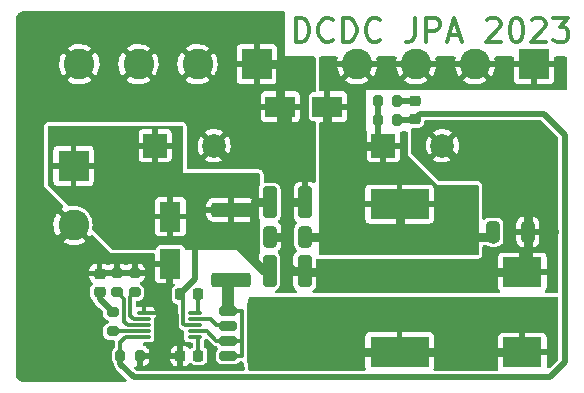
<source format=gbr>
%TF.GenerationSoftware,KiCad,Pcbnew,6.0.9-8da3e8f707~116~ubuntu20.04.1*%
%TF.CreationDate,2023-02-10T20:47:24+02:00*%
%TF.ProjectId,buck_regulator,6275636b-5f72-4656-9775-6c61746f722e,rev?*%
%TF.SameCoordinates,PX82a7440PY3750280*%
%TF.FileFunction,Copper,L1,Top*%
%TF.FilePolarity,Positive*%
%FSLAX46Y46*%
G04 Gerber Fmt 4.6, Leading zero omitted, Abs format (unit mm)*
G04 Created by KiCad (PCBNEW 6.0.9-8da3e8f707~116~ubuntu20.04.1) date 2023-02-10 20:47:24*
%MOMM*%
%LPD*%
G01*
G04 APERTURE LIST*
G04 Aperture macros list*
%AMRoundRect*
0 Rectangle with rounded corners*
0 $1 Rounding radius*
0 $2 $3 $4 $5 $6 $7 $8 $9 X,Y pos of 4 corners*
0 Add a 4 corners polygon primitive as box body*
4,1,4,$2,$3,$4,$5,$6,$7,$8,$9,$2,$3,0*
0 Add four circle primitives for the rounded corners*
1,1,$1+$1,$2,$3*
1,1,$1+$1,$4,$5*
1,1,$1+$1,$6,$7*
1,1,$1+$1,$8,$9*
0 Add four rect primitives between the rounded corners*
20,1,$1+$1,$2,$3,$4,$5,0*
20,1,$1+$1,$4,$5,$6,$7,0*
20,1,$1+$1,$6,$7,$8,$9,0*
20,1,$1+$1,$8,$9,$2,$3,0*%
G04 Aperture macros list end*
%ADD10C,0.300000*%
%TA.AperFunction,NonConductor*%
%ADD11C,0.300000*%
%TD*%
%TA.AperFunction,SMDPad,CuDef*%
%ADD12RoundRect,0.250000X-1.425000X0.362500X-1.425000X-0.362500X1.425000X-0.362500X1.425000X0.362500X0*%
%TD*%
%TA.AperFunction,SMDPad,CuDef*%
%ADD13R,1.680000X1.880000*%
%TD*%
%TA.AperFunction,SMDPad,CuDef*%
%ADD14RoundRect,0.075000X-0.525000X-0.075000X0.525000X-0.075000X0.525000X0.075000X-0.525000X0.075000X0*%
%TD*%
%TA.AperFunction,SMDPad,CuDef*%
%ADD15RoundRect,0.500000X-2.000000X2.500000X-2.000000X-2.500000X2.000000X-2.500000X2.000000X2.500000X0*%
%TD*%
%TA.AperFunction,SMDPad,CuDef*%
%ADD16RoundRect,0.200000X-0.550000X0.200000X-0.550000X-0.200000X0.550000X-0.200000X0.550000X0.200000X0*%
%TD*%
%TA.AperFunction,ComponentPad*%
%ADD17C,6.400000*%
%TD*%
%TA.AperFunction,SMDPad,CuDef*%
%ADD18RoundRect,0.250000X0.325000X0.650000X-0.325000X0.650000X-0.325000X-0.650000X0.325000X-0.650000X0*%
%TD*%
%TA.AperFunction,SMDPad,CuDef*%
%ADD19RoundRect,0.200000X-0.200000X-0.275000X0.200000X-0.275000X0.200000X0.275000X-0.200000X0.275000X0*%
%TD*%
%TA.AperFunction,SMDPad,CuDef*%
%ADD20RoundRect,0.200000X-0.275000X0.200000X-0.275000X-0.200000X0.275000X-0.200000X0.275000X0.200000X0*%
%TD*%
%TA.AperFunction,SMDPad,CuDef*%
%ADD21RoundRect,0.200000X0.275000X-0.200000X0.275000X0.200000X-0.275000X0.200000X-0.275000X-0.200000X0*%
%TD*%
%TA.AperFunction,SMDPad,CuDef*%
%ADD22R,5.000000X2.500000*%
%TD*%
%TA.AperFunction,ComponentPad*%
%ADD23C,2.600000*%
%TD*%
%TA.AperFunction,ComponentPad*%
%ADD24R,2.600000X2.600000*%
%TD*%
%TA.AperFunction,SMDPad,CuDef*%
%ADD25R,2.500000X1.800000*%
%TD*%
%TA.AperFunction,SMDPad,CuDef*%
%ADD26R,1.800000X2.500000*%
%TD*%
%TA.AperFunction,SMDPad,CuDef*%
%ADD27R,3.300000X2.500000*%
%TD*%
%TA.AperFunction,SMDPad,CuDef*%
%ADD28RoundRect,0.225000X-0.250000X0.225000X-0.250000X-0.225000X0.250000X-0.225000X0.250000X0.225000X0*%
%TD*%
%TA.AperFunction,ComponentPad*%
%ADD29R,2.000000X2.000000*%
%TD*%
%TA.AperFunction,ComponentPad*%
%ADD30C,2.000000*%
%TD*%
%TA.AperFunction,SMDPad,CuDef*%
%ADD31RoundRect,0.250000X-0.325000X-0.650000X0.325000X-0.650000X0.325000X0.650000X-0.325000X0.650000X0*%
%TD*%
%TA.AperFunction,SMDPad,CuDef*%
%ADD32RoundRect,0.250000X-0.325000X-1.100000X0.325000X-1.100000X0.325000X1.100000X-0.325000X1.100000X0*%
%TD*%
%TA.AperFunction,SMDPad,CuDef*%
%ADD33RoundRect,0.225000X0.225000X0.250000X-0.225000X0.250000X-0.225000X-0.250000X0.225000X-0.250000X0*%
%TD*%
%TA.AperFunction,SMDPad,CuDef*%
%ADD34RoundRect,0.225000X-0.225000X-0.250000X0.225000X-0.250000X0.225000X0.250000X-0.225000X0.250000X0*%
%TD*%
%TA.AperFunction,SMDPad,CuDef*%
%ADD35RoundRect,0.225000X0.250000X-0.225000X0.250000X0.225000X-0.250000X0.225000X-0.250000X-0.225000X0*%
%TD*%
%TA.AperFunction,ViaPad*%
%ADD36C,1.500000*%
%TD*%
%TA.AperFunction,Conductor*%
%ADD37C,0.500000*%
%TD*%
%TA.AperFunction,Conductor*%
%ADD38C,0.800000*%
%TD*%
%TA.AperFunction,Conductor*%
%ADD39C,1.000000*%
%TD*%
%TA.AperFunction,Conductor*%
%ADD40C,0.300000*%
%TD*%
G04 APERTURE END LIST*
D10*
D11*
X24023809Y-2904761D02*
X24023809Y-904761D01*
X24500000Y-904761D01*
X24785714Y-1000000D01*
X24976190Y-1190476D01*
X25071428Y-1380952D01*
X25166666Y-1761904D01*
X25166666Y-2047619D01*
X25071428Y-2428571D01*
X24976190Y-2619047D01*
X24785714Y-2809523D01*
X24500000Y-2904761D01*
X24023809Y-2904761D01*
X27166666Y-2714285D02*
X27071428Y-2809523D01*
X26785714Y-2904761D01*
X26595238Y-2904761D01*
X26309523Y-2809523D01*
X26119047Y-2619047D01*
X26023809Y-2428571D01*
X25928571Y-2047619D01*
X25928571Y-1761904D01*
X26023809Y-1380952D01*
X26119047Y-1190476D01*
X26309523Y-1000000D01*
X26595238Y-904761D01*
X26785714Y-904761D01*
X27071428Y-1000000D01*
X27166666Y-1095238D01*
X28023809Y-2904761D02*
X28023809Y-904761D01*
X28500000Y-904761D01*
X28785714Y-1000000D01*
X28976190Y-1190476D01*
X29071428Y-1380952D01*
X29166666Y-1761904D01*
X29166666Y-2047619D01*
X29071428Y-2428571D01*
X28976190Y-2619047D01*
X28785714Y-2809523D01*
X28500000Y-2904761D01*
X28023809Y-2904761D01*
X31166666Y-2714285D02*
X31071428Y-2809523D01*
X30785714Y-2904761D01*
X30595238Y-2904761D01*
X30309523Y-2809523D01*
X30119047Y-2619047D01*
X30023809Y-2428571D01*
X29928571Y-2047619D01*
X29928571Y-1761904D01*
X30023809Y-1380952D01*
X30119047Y-1190476D01*
X30309523Y-1000000D01*
X30595238Y-904761D01*
X30785714Y-904761D01*
X31071428Y-1000000D01*
X31166666Y-1095238D01*
X34119047Y-904761D02*
X34119047Y-2333333D01*
X34023809Y-2619047D01*
X33833333Y-2809523D01*
X33547619Y-2904761D01*
X33357142Y-2904761D01*
X35071428Y-2904761D02*
X35071428Y-904761D01*
X35833333Y-904761D01*
X36023809Y-1000000D01*
X36119047Y-1095238D01*
X36214285Y-1285714D01*
X36214285Y-1571428D01*
X36119047Y-1761904D01*
X36023809Y-1857142D01*
X35833333Y-1952380D01*
X35071428Y-1952380D01*
X36976190Y-2333333D02*
X37928571Y-2333333D01*
X36785714Y-2904761D02*
X37452380Y-904761D01*
X38119047Y-2904761D01*
X40214285Y-1095238D02*
X40309523Y-1000000D01*
X40500000Y-904761D01*
X40976190Y-904761D01*
X41166666Y-1000000D01*
X41261904Y-1095238D01*
X41357142Y-1285714D01*
X41357142Y-1476190D01*
X41261904Y-1761904D01*
X40119047Y-2904761D01*
X41357142Y-2904761D01*
X42595238Y-904761D02*
X42785714Y-904761D01*
X42976190Y-1000000D01*
X43071428Y-1095238D01*
X43166666Y-1285714D01*
X43261904Y-1666666D01*
X43261904Y-2142857D01*
X43166666Y-2523809D01*
X43071428Y-2714285D01*
X42976190Y-2809523D01*
X42785714Y-2904761D01*
X42595238Y-2904761D01*
X42404761Y-2809523D01*
X42309523Y-2714285D01*
X42214285Y-2523809D01*
X42119047Y-2142857D01*
X42119047Y-1666666D01*
X42214285Y-1285714D01*
X42309523Y-1095238D01*
X42404761Y-1000000D01*
X42595238Y-904761D01*
X44023809Y-1095238D02*
X44119047Y-1000000D01*
X44309523Y-904761D01*
X44785714Y-904761D01*
X44976190Y-1000000D01*
X45071428Y-1095238D01*
X45166666Y-1285714D01*
X45166666Y-1476190D01*
X45071428Y-1761904D01*
X43928571Y-2904761D01*
X45166666Y-2904761D01*
X45833333Y-904761D02*
X47071428Y-904761D01*
X46404761Y-1666666D01*
X46690476Y-1666666D01*
X46880952Y-1761904D01*
X46976190Y-1857142D01*
X47071428Y-2047619D01*
X47071428Y-2523809D01*
X46976190Y-2714285D01*
X46880952Y-2809523D01*
X46690476Y-2904761D01*
X46119047Y-2904761D01*
X45928571Y-2809523D01*
X45833333Y-2714285D01*
D12*
%TO.P,R5,1*%
%TO.N,+48V*%
X18500000Y-17137500D03*
%TO.P,R5,2*%
%TO.N,Net-(Q1-Pad3)*%
X18500000Y-23062500D03*
%TD*%
D13*
%TO.P,U1,11,EP*%
%TO.N,GND*%
X13300000Y-26900000D03*
D14*
%TO.P,U1,10,CAP*%
%TO.N,Net-(C2-Pad2)*%
X15450000Y-25900000D03*
%TO.P,U1,9,GATE*%
%TO.N,Net-(Q1-Pad2)*%
X15450000Y-26400000D03*
%TO.P,U1,8,VCC*%
%TO.N,+48V*%
X15450000Y-26900000D03*
%TO.P,U1,7,SENSE*%
%TO.N,Net-(Q1-Pad3)*%
X15450000Y-27400000D03*
%TO.P,U1,6,SS*%
%TO.N,Net-(C3-Pad1)*%
X15450000Y-27900000D03*
%TO.P,U1,5,VFB*%
%TO.N,Net-(C9-Pad2)*%
X11150000Y-27900000D03*
%TO.P,U1,4,VC*%
%TO.N,Net-(R3-Pad2)*%
X11150000Y-27400000D03*
%TO.P,U1,3,RSET*%
%TO.N,Net-(R2-Pad1)*%
X11150000Y-26900000D03*
%TO.P,U1,2,SYNC/MODE*%
%TO.N,Net-(R1-Pad1)*%
X11150000Y-26400000D03*
%TO.P,U1,1,GND*%
%TO.N,GND*%
X11150000Y-25900000D03*
%TD*%
D15*
%TO.P,Q1,1,D*%
%TO.N,Net-(D1-Pad1)*%
X22400000Y-27600000D03*
D16*
%TO.P,Q1,2,G*%
%TO.N,Net-(Q1-Pad2)*%
X18300000Y-26950000D03*
%TO.P,Q1,3,S*%
%TO.N,Net-(Q1-Pad3)*%
X18300000Y-29500000D03*
X18300000Y-25700000D03*
X18300000Y-28250000D03*
%TD*%
D17*
%TO.P,H2,1,1*%
%TO.N,GND*%
X4100000Y-27200000D03*
%TD*%
%TO.P,H1,1,1*%
%TO.N,GND*%
X43000000Y-14000000D03*
%TD*%
D18*
%TO.P,C10,1*%
%TO.N,+12V*%
X24775000Y-19400000D03*
%TO.P,C10,2*%
%TO.N,GND*%
X21825000Y-19400000D03*
%TD*%
D19*
%TO.P,R8,2*%
%TO.N,Net-(C9-Pad1)*%
X32625000Y-7900000D03*
%TO.P,R8,1*%
%TO.N,+12V*%
X30975000Y-7900000D03*
%TD*%
%TO.P,R7,2*%
%TO.N,GND*%
X10825000Y-29500000D03*
%TO.P,R7,1*%
%TO.N,Net-(C9-Pad2)*%
X9175000Y-29500000D03*
%TD*%
%TO.P,R6,1*%
%TO.N,+12V*%
X30975000Y-9500000D03*
%TO.P,R6,2*%
%TO.N,Net-(C9-Pad2)*%
X32625000Y-9500000D03*
%TD*%
D20*
%TO.P,R3,1*%
%TO.N,Net-(C1-Pad1)*%
X8500000Y-25775000D03*
%TO.P,R3,2*%
%TO.N,Net-(R3-Pad2)*%
X8500000Y-27425000D03*
%TD*%
D21*
%TO.P,R2,2*%
%TO.N,GND*%
X8900000Y-22475000D03*
%TO.P,R2,1*%
%TO.N,Net-(R2-Pad1)*%
X8900000Y-24125000D03*
%TD*%
%TO.P,R1,1*%
%TO.N,Net-(R1-Pad1)*%
X10400000Y-24125000D03*
%TO.P,R1,2*%
%TO.N,GND*%
X10400000Y-22475000D03*
%TD*%
D22*
%TO.P,L1,2,2*%
%TO.N,+12V*%
X32800000Y-16650000D03*
%TO.P,L1,1,1*%
%TO.N,Net-(D1-Pad1)*%
X32800000Y-29150000D03*
%TD*%
D23*
%TO.P,J3,4,Pin_4*%
%TO.N,GND*%
X5700000Y-4800000D03*
%TO.P,J3,3,Pin_3*%
X10700000Y-4800000D03*
%TO.P,J3,2,Pin_2*%
X15700000Y-4800000D03*
D24*
%TO.P,J3,1,Pin_1*%
X20700000Y-4800000D03*
%TD*%
D23*
%TO.P,J2,4,Pin_4*%
%TO.N,+12V*%
X29200000Y-4800000D03*
%TO.P,J2,3,Pin_3*%
X34200000Y-4800000D03*
%TO.P,J2,2,Pin_2*%
X39200000Y-4800000D03*
D24*
%TO.P,J2,1,Pin_1*%
X44200000Y-4800000D03*
%TD*%
%TO.P,J1,1,Pin_1*%
%TO.N,+48V*%
X5200000Y-13400000D03*
D23*
%TO.P,J1,2,Pin_2*%
%TO.N,GND*%
X5200000Y-18400000D03*
%TD*%
D25*
%TO.P,D3,1,K*%
%TO.N,+12V*%
X26700000Y-8400000D03*
%TO.P,D3,2,A*%
%TO.N,GND*%
X22700000Y-8400000D03*
%TD*%
D26*
%TO.P,D2,1,K*%
%TO.N,+48V*%
X13400000Y-17700000D03*
%TO.P,D2,2,A*%
%TO.N,GND*%
X13400000Y-21700000D03*
%TD*%
D27*
%TO.P,D1,2,A*%
%TO.N,GND*%
X43200000Y-22400000D03*
%TO.P,D1,1,K*%
%TO.N,Net-(D1-Pad1)*%
X43200000Y-29200000D03*
%TD*%
D28*
%TO.P,C9,1*%
%TO.N,Net-(C9-Pad1)*%
X34100000Y-7925000D03*
%TO.P,C9,2*%
%TO.N,Net-(C9-Pad2)*%
X34100000Y-9475000D03*
%TD*%
D29*
%TO.P,C8,1*%
%TO.N,+12V*%
X31432323Y-11700000D03*
D30*
%TO.P,C8,2*%
%TO.N,GND*%
X36432323Y-11700000D03*
%TD*%
%TO.P,C7,2*%
%TO.N,GND*%
X17100000Y-11700000D03*
D29*
%TO.P,C7,1*%
%TO.N,+48V*%
X12100000Y-11700000D03*
%TD*%
D31*
%TO.P,C6,2*%
%TO.N,GND*%
X43675000Y-19000000D03*
%TO.P,C6,1*%
%TO.N,+12V*%
X40725000Y-19000000D03*
%TD*%
D32*
%TO.P,C5,2*%
%TO.N,GND*%
X24800000Y-16500000D03*
%TO.P,C5,1*%
%TO.N,+48V*%
X21850000Y-16500000D03*
%TD*%
%TO.P,C4,1*%
%TO.N,+48V*%
X21825000Y-22300000D03*
%TO.P,C4,2*%
%TO.N,GND*%
X24775000Y-22300000D03*
%TD*%
D33*
%TO.P,C3,1*%
%TO.N,Net-(C3-Pad1)*%
X15775000Y-29500000D03*
%TO.P,C3,2*%
%TO.N,GND*%
X14225000Y-29500000D03*
%TD*%
D34*
%TO.P,C2,2*%
%TO.N,Net-(C2-Pad2)*%
X15775000Y-24300000D03*
%TO.P,C2,1*%
%TO.N,+48V*%
X14225000Y-24300000D03*
%TD*%
D35*
%TO.P,C1,2*%
%TO.N,GND*%
X7400000Y-22525000D03*
%TO.P,C1,1*%
%TO.N,Net-(C1-Pad1)*%
X7400000Y-24075000D03*
%TD*%
D36*
%TO.N,GND*%
X3500000Y-21500000D03*
X23300000Y-11700000D03*
X45500000Y-19000000D03*
%TD*%
D37*
%TO.N,+12V*%
X26700000Y-8400000D02*
X26700000Y-5300000D01*
X26700000Y-5300000D02*
X27200000Y-4800000D01*
X27200000Y-4800000D02*
X44200000Y-4800000D01*
D38*
%TO.N,GND*%
X22700000Y-8400000D02*
X22700000Y-4800000D01*
X22700000Y-4800000D02*
X20700000Y-4800000D01*
X17100000Y-11700000D02*
X18400000Y-13000000D01*
X22000000Y-13000000D02*
X23300000Y-11700000D01*
X18400000Y-13000000D02*
X22000000Y-13000000D01*
D39*
%TO.N,Net-(Q1-Pad3)*%
X18300000Y-25500000D02*
X18300000Y-23262500D01*
D37*
%TO.N,Net-(C9-Pad2)*%
X34100000Y-9475000D02*
X34575000Y-9000000D01*
X34575000Y-9000000D02*
X45000000Y-9000000D01*
X45000000Y-9000000D02*
X46800000Y-10800000D01*
X46800000Y-10800000D02*
X46800000Y-30000000D01*
X10300000Y-31300000D02*
X9175000Y-30175000D01*
X46800000Y-30000000D02*
X45500000Y-31300000D01*
X45500000Y-31300000D02*
X10300000Y-31300000D01*
X9175000Y-30175000D02*
X9175000Y-29500000D01*
D38*
%TO.N,GND*%
X36432323Y-11700000D02*
X38232323Y-13500000D01*
X38232323Y-13500000D02*
X42500000Y-13500000D01*
X42500000Y-13500000D02*
X43000000Y-14000000D01*
X5200000Y-18400000D02*
X3500000Y-20100000D01*
X3500000Y-20100000D02*
X3500000Y-26600000D01*
X3500000Y-26600000D02*
X4100000Y-27200000D01*
D37*
X43675000Y-19000000D02*
X45500000Y-19000000D01*
D40*
%TO.N,Net-(C9-Pad2)*%
X9175000Y-29500000D02*
X9175000Y-28325000D01*
X9175000Y-28325000D02*
X9600000Y-27900000D01*
X9600000Y-27900000D02*
X11200000Y-27900000D01*
%TO.N,GND*%
X13500000Y-29500000D02*
X10825000Y-29500000D01*
D38*
X24775000Y-22300000D02*
X23800000Y-22300000D01*
X23800000Y-22300000D02*
X23300000Y-21800000D01*
X23300000Y-21800000D02*
X23300000Y-19400000D01*
%TO.N,+48V*%
X21825000Y-22300000D02*
X21300000Y-22300000D01*
X21300000Y-22300000D02*
X20500000Y-21500000D01*
X20500000Y-21500000D02*
X20500000Y-16600000D01*
X20500000Y-16600000D02*
X20600000Y-16500000D01*
X20600000Y-16500000D02*
X21850000Y-16500000D01*
D37*
X14225000Y-24300000D02*
X14225000Y-24275000D01*
X15500000Y-23000000D02*
X15500000Y-16500000D01*
X14225000Y-24275000D02*
X15500000Y-23000000D01*
%TO.N,Net-(C1-Pad1)*%
X7400000Y-24075000D02*
X7400000Y-24675000D01*
X7400000Y-24675000D02*
X8500000Y-25775000D01*
D38*
%TO.N,GND*%
X23300000Y-17000000D02*
X23300000Y-11700000D01*
X23300000Y-11700000D02*
X23300000Y-9000000D01*
D37*
%TO.N,+12V*%
X30975000Y-7900000D02*
X30975000Y-11242677D01*
X30975000Y-11242677D02*
X31432323Y-11700000D01*
D38*
X26700000Y-19300000D02*
X26700000Y-12000000D01*
X26700000Y-12000000D02*
X26700000Y-8400000D01*
X31432323Y-11700000D02*
X27000000Y-11700000D01*
X27000000Y-11700000D02*
X26700000Y-12000000D01*
%TO.N,GND*%
X24775000Y-22300000D02*
X24875000Y-22400000D01*
X24875000Y-22400000D02*
X43200000Y-22400000D01*
%TO.N,+12V*%
X26800000Y-19400000D02*
X32500000Y-19400000D01*
X24775000Y-19400000D02*
X26800000Y-19400000D01*
X26800000Y-19400000D02*
X26700000Y-19300000D01*
D37*
%TO.N,Net-(C9-Pad1)*%
X32625000Y-7900000D02*
X34075000Y-7900000D01*
X34075000Y-7900000D02*
X34100000Y-7925000D01*
%TO.N,Net-(C9-Pad2)*%
X32625000Y-9500000D02*
X34075000Y-9500000D01*
X34075000Y-9500000D02*
X34100000Y-9475000D01*
D38*
%TO.N,GND*%
X43675000Y-19000000D02*
X43675000Y-14025000D01*
X43675000Y-14025000D02*
X43700000Y-14000000D01*
X43675000Y-19000000D02*
X43675000Y-21925000D01*
X43675000Y-21925000D02*
X43200000Y-22400000D01*
X23300000Y-17000000D02*
X23300000Y-19400000D01*
X23300000Y-16500000D02*
X23300000Y-17000000D01*
X23300000Y-9000000D02*
X22700000Y-8400000D01*
X24800000Y-16500000D02*
X23300000Y-16500000D01*
D37*
X13300000Y-26900000D02*
X13300000Y-21800000D01*
X13300000Y-21800000D02*
X13400000Y-21700000D01*
X10400000Y-22475000D02*
X7450000Y-22475000D01*
X7450000Y-22475000D02*
X7400000Y-22525000D01*
D38*
%TO.N,Net-(D1-Pad1)*%
X43200000Y-29200000D02*
X24000000Y-29200000D01*
X24000000Y-29200000D02*
X22400000Y-27600000D01*
%TO.N,+12V*%
X32500000Y-19400000D02*
X40525000Y-19400000D01*
X32500000Y-19400000D02*
X32800000Y-19100000D01*
X32800000Y-19100000D02*
X32800000Y-16650000D01*
X40525000Y-19400000D02*
X40725000Y-19600000D01*
%TO.N,GND*%
X21825000Y-19400000D02*
X23300000Y-19400000D01*
%TO.N,Net-(Q1-Pad3)*%
X18300000Y-23262500D02*
X18500000Y-23062500D01*
D40*
%TO.N,GND*%
X14225000Y-29500000D02*
X13500000Y-29500000D01*
X13500000Y-29500000D02*
X13300000Y-29300000D01*
X13300000Y-29300000D02*
X13300000Y-26900000D01*
X11150000Y-25900000D02*
X13300000Y-25900000D01*
X13300000Y-25900000D02*
X13300000Y-26900000D01*
%TO.N,Net-(R1-Pad1)*%
X11150000Y-26400000D02*
X10300000Y-26400000D01*
X10300000Y-26400000D02*
X10000000Y-26100000D01*
X10000000Y-26100000D02*
X10000000Y-24525000D01*
X10000000Y-24525000D02*
X10400000Y-24125000D01*
%TO.N,Net-(R2-Pad1)*%
X11150000Y-26900000D02*
X9800000Y-26900000D01*
X9800000Y-26900000D02*
X9500000Y-26600000D01*
X9500000Y-26600000D02*
X9500000Y-24725000D01*
X9500000Y-24725000D02*
X8900000Y-24125000D01*
%TO.N,Net-(R3-Pad2)*%
X11150000Y-27400000D02*
X8700000Y-27400000D01*
X8700000Y-27400000D02*
X8600000Y-27500000D01*
%TO.N,Net-(C3-Pad1)*%
X15775000Y-29500000D02*
X15775000Y-27925000D01*
X15775000Y-27925000D02*
X15800000Y-27900000D01*
%TO.N,Net-(C2-Pad2)*%
X15775000Y-24300000D02*
X15775000Y-25875000D01*
X15775000Y-25875000D02*
X15800000Y-25900000D01*
%TO.N,+48V*%
X15450000Y-26900000D02*
X14600000Y-26900000D01*
X14600000Y-26900000D02*
X14500000Y-26800000D01*
X14500000Y-26800000D02*
X14500000Y-24575000D01*
X14500000Y-24575000D02*
X14225000Y-24300000D01*
%TO.N,Net-(Q1-Pad2)*%
X16800000Y-26400000D02*
X17300000Y-26900000D01*
X15450000Y-26400000D02*
X16800000Y-26400000D01*
X17300000Y-26900000D02*
X18250000Y-26900000D01*
X18250000Y-26900000D02*
X18300000Y-26950000D01*
%TO.N,Net-(Q1-Pad3)*%
X16500000Y-27400000D02*
X17300000Y-28200000D01*
X18250000Y-28200000D02*
X18300000Y-28250000D01*
X15450000Y-27400000D02*
X16500000Y-27400000D01*
X17300000Y-28200000D02*
X18250000Y-28200000D01*
X19500000Y-29500000D02*
X19500000Y-28100000D01*
X19500000Y-28100000D02*
X19500000Y-25700000D01*
X18300000Y-28250000D02*
X19350000Y-28250000D01*
X19350000Y-28250000D02*
X19500000Y-28100000D01*
X18300000Y-29500000D02*
X19500000Y-29500000D01*
X19500000Y-25700000D02*
X18300000Y-25700000D01*
%TD*%
%TA.AperFunction,Conductor*%
%TO.N,+12V*%
G36*
X27497641Y-4155462D02*
G01*
X27552179Y-4210000D01*
X27572141Y-4284500D01*
X27567556Y-4321177D01*
X27522493Y-4498611D01*
X27520578Y-4509471D01*
X27496371Y-4749868D01*
X27496083Y-4760902D01*
X27507674Y-5002229D01*
X27509020Y-5013186D01*
X27556156Y-5250156D01*
X27559105Y-5260786D01*
X27640750Y-5488189D01*
X27645233Y-5498257D01*
X27759599Y-5711104D01*
X27765521Y-5720399D01*
X27822410Y-5796582D01*
X27834988Y-5806498D01*
X27843242Y-5803205D01*
X29094641Y-4551806D01*
X29161436Y-4513242D01*
X29238564Y-4513242D01*
X29305359Y-4551806D01*
X30554670Y-5801117D01*
X30568541Y-5809125D01*
X30574540Y-5805662D01*
X30695185Y-5618098D01*
X30700452Y-5608397D01*
X30799685Y-5388110D01*
X30803458Y-5377743D01*
X30869044Y-5145191D01*
X30871240Y-5134399D01*
X30901960Y-4892925D01*
X30902529Y-4885486D01*
X30904669Y-4803738D01*
X30904490Y-4796267D01*
X30886452Y-4553541D01*
X30884820Y-4542621D01*
X30833854Y-4317384D01*
X30836882Y-4240316D01*
X30878038Y-4175086D01*
X30946296Y-4139174D01*
X30979180Y-4135500D01*
X32423141Y-4135500D01*
X32497641Y-4155462D01*
X32552179Y-4210000D01*
X32572141Y-4284500D01*
X32567556Y-4321177D01*
X32522493Y-4498611D01*
X32520578Y-4509471D01*
X32496371Y-4749868D01*
X32496083Y-4760902D01*
X32507674Y-5002229D01*
X32509020Y-5013186D01*
X32556156Y-5250156D01*
X32559105Y-5260786D01*
X32640750Y-5488189D01*
X32645233Y-5498257D01*
X32759599Y-5711104D01*
X32765521Y-5720399D01*
X32822410Y-5796582D01*
X32834988Y-5806498D01*
X32843242Y-5803205D01*
X34094641Y-4551806D01*
X34161436Y-4513242D01*
X34238564Y-4513242D01*
X34305359Y-4551806D01*
X35554670Y-5801117D01*
X35568541Y-5809125D01*
X35574540Y-5805662D01*
X35695185Y-5618098D01*
X35700452Y-5608397D01*
X35799685Y-5388110D01*
X35803458Y-5377743D01*
X35869044Y-5145191D01*
X35871240Y-5134399D01*
X35901960Y-4892925D01*
X35902529Y-4885486D01*
X35904669Y-4803738D01*
X35904490Y-4796267D01*
X35886452Y-4553541D01*
X35884820Y-4542621D01*
X35833854Y-4317384D01*
X35836882Y-4240316D01*
X35878038Y-4175086D01*
X35946296Y-4139174D01*
X35979180Y-4135500D01*
X37423141Y-4135500D01*
X37497641Y-4155462D01*
X37552179Y-4210000D01*
X37572141Y-4284500D01*
X37567556Y-4321177D01*
X37522493Y-4498611D01*
X37520578Y-4509471D01*
X37496371Y-4749868D01*
X37496083Y-4760902D01*
X37507674Y-5002229D01*
X37509020Y-5013186D01*
X37556156Y-5250156D01*
X37559105Y-5260786D01*
X37640750Y-5488189D01*
X37645233Y-5498257D01*
X37759599Y-5711104D01*
X37765521Y-5720399D01*
X37822410Y-5796582D01*
X37834988Y-5806498D01*
X37843242Y-5803205D01*
X39094641Y-4551806D01*
X39161436Y-4513242D01*
X39238564Y-4513242D01*
X39305359Y-4551806D01*
X40554670Y-5801117D01*
X40568541Y-5809125D01*
X40574540Y-5805662D01*
X40695185Y-5618098D01*
X40700452Y-5608397D01*
X40799685Y-5388110D01*
X40803458Y-5377743D01*
X40869044Y-5145191D01*
X40871240Y-5134399D01*
X40901960Y-4892925D01*
X40902529Y-4885486D01*
X40904669Y-4803738D01*
X40904490Y-4796267D01*
X40886452Y-4553541D01*
X40884820Y-4542621D01*
X40833854Y-4317384D01*
X40836882Y-4240316D01*
X40878038Y-4175086D01*
X40946296Y-4139174D01*
X40979180Y-4135500D01*
X42351000Y-4135500D01*
X42425500Y-4155462D01*
X42480038Y-4210000D01*
X42500000Y-4284500D01*
X42500000Y-4530384D01*
X42504145Y-4545855D01*
X42519616Y-4550000D01*
X45880383Y-4550000D01*
X45895854Y-4545855D01*
X45899999Y-4530384D01*
X45899999Y-4284500D01*
X45919961Y-4210000D01*
X45974499Y-4155462D01*
X46048999Y-4135500D01*
X46851000Y-4135500D01*
X46925500Y-4155462D01*
X46980038Y-4210000D01*
X47000000Y-4284500D01*
X47000000Y-6851000D01*
X46980038Y-6925500D01*
X46925500Y-6980038D01*
X46851000Y-7000000D01*
X30000000Y-7000000D01*
X30000000Y-10500000D01*
X30005256Y-10500000D01*
X30006861Y-10505990D01*
X30036807Y-10557858D01*
X30040050Y-10619730D01*
X30033239Y-10662738D01*
X30032323Y-10674374D01*
X30032323Y-11430384D01*
X30036468Y-11445855D01*
X30051939Y-11450000D01*
X32812706Y-11450000D01*
X32828177Y-11445855D01*
X32832322Y-11430384D01*
X32832322Y-10674375D01*
X32831245Y-10660688D01*
X32845302Y-10584852D01*
X32895393Y-10526204D01*
X32968098Y-10500459D01*
X32979786Y-10500000D01*
X33351000Y-10500000D01*
X33425500Y-10519962D01*
X33480038Y-10574500D01*
X33500000Y-10649000D01*
X33500000Y-12500000D01*
X36000000Y-15000000D01*
X39351000Y-15000000D01*
X39425500Y-15019962D01*
X39480038Y-15074500D01*
X39500000Y-15149000D01*
X39500000Y-20851000D01*
X39480038Y-20925500D01*
X39425500Y-20980038D01*
X39351000Y-21000000D01*
X26149000Y-21000000D01*
X26074500Y-20980038D01*
X26019962Y-20925500D01*
X26000000Y-20851000D01*
X26000000Y-17925624D01*
X29900001Y-17925624D01*
X29900917Y-17937264D01*
X29913001Y-18013565D01*
X29920159Y-18035597D01*
X29967037Y-18127600D01*
X29980648Y-18146334D01*
X30053666Y-18219352D01*
X30072400Y-18232963D01*
X30164406Y-18279842D01*
X30186431Y-18286999D01*
X30262739Y-18299084D01*
X30274374Y-18300000D01*
X32530384Y-18300000D01*
X32545855Y-18295855D01*
X32550000Y-18280384D01*
X32550000Y-18280383D01*
X33050000Y-18280383D01*
X33054145Y-18295854D01*
X33069616Y-18299999D01*
X35325624Y-18299999D01*
X35337264Y-18299083D01*
X35413565Y-18286999D01*
X35435597Y-18279841D01*
X35527600Y-18232963D01*
X35546334Y-18219352D01*
X35619352Y-18146334D01*
X35632963Y-18127600D01*
X35679842Y-18035594D01*
X35686999Y-18013569D01*
X35699084Y-17937261D01*
X35700000Y-17925626D01*
X35700000Y-16919616D01*
X35695855Y-16904145D01*
X35680384Y-16900000D01*
X33069616Y-16900000D01*
X33054145Y-16904145D01*
X33050000Y-16919616D01*
X33050000Y-18280383D01*
X32550000Y-18280383D01*
X32550000Y-16919616D01*
X32545855Y-16904145D01*
X32530384Y-16900000D01*
X29919617Y-16900000D01*
X29904146Y-16904145D01*
X29900001Y-16919616D01*
X29900001Y-17925624D01*
X26000000Y-17925624D01*
X26000000Y-16380384D01*
X29900000Y-16380384D01*
X29904145Y-16395855D01*
X29919616Y-16400000D01*
X32530384Y-16400000D01*
X32545855Y-16395855D01*
X32550000Y-16380384D01*
X33050000Y-16380384D01*
X33054145Y-16395855D01*
X33069616Y-16400000D01*
X35680383Y-16400000D01*
X35695854Y-16395855D01*
X35699999Y-16380384D01*
X35699999Y-15374376D01*
X35699083Y-15362736D01*
X35686999Y-15286435D01*
X35679841Y-15264403D01*
X35632963Y-15172400D01*
X35619352Y-15153666D01*
X35546334Y-15080648D01*
X35527600Y-15067037D01*
X35435594Y-15020158D01*
X35413569Y-15013001D01*
X35337261Y-15000916D01*
X35325626Y-15000000D01*
X33069616Y-15000000D01*
X33054145Y-15004145D01*
X33050000Y-15019616D01*
X33050000Y-16380384D01*
X32550000Y-16380384D01*
X32550000Y-15019617D01*
X32545855Y-15004146D01*
X32530384Y-15000001D01*
X30274376Y-15000001D01*
X30262736Y-15000917D01*
X30186435Y-15013001D01*
X30164403Y-15020159D01*
X30072400Y-15067037D01*
X30053666Y-15080648D01*
X29980648Y-15153666D01*
X29967037Y-15172400D01*
X29920158Y-15264406D01*
X29913001Y-15286431D01*
X29900916Y-15362739D01*
X29900000Y-15374374D01*
X29900000Y-16380384D01*
X26000000Y-16380384D01*
X26000000Y-12725624D01*
X30032324Y-12725624D01*
X30033240Y-12737264D01*
X30045324Y-12813565D01*
X30052482Y-12835597D01*
X30099360Y-12927600D01*
X30112971Y-12946334D01*
X30185989Y-13019352D01*
X30204723Y-13032963D01*
X30296729Y-13079842D01*
X30318754Y-13086999D01*
X30395062Y-13099084D01*
X30406697Y-13100000D01*
X31162707Y-13100000D01*
X31178178Y-13095855D01*
X31182323Y-13080384D01*
X31182323Y-13080383D01*
X31682323Y-13080383D01*
X31686468Y-13095854D01*
X31701939Y-13099999D01*
X32457947Y-13099999D01*
X32469587Y-13099083D01*
X32545888Y-13086999D01*
X32567920Y-13079841D01*
X32659923Y-13032963D01*
X32678657Y-13019352D01*
X32751675Y-12946334D01*
X32765286Y-12927600D01*
X32812165Y-12835594D01*
X32819322Y-12813569D01*
X32831407Y-12737261D01*
X32832323Y-12725626D01*
X32832323Y-11969616D01*
X32828178Y-11954145D01*
X32812707Y-11950000D01*
X31701939Y-11950000D01*
X31686468Y-11954145D01*
X31682323Y-11969616D01*
X31682323Y-13080383D01*
X31182323Y-13080383D01*
X31182323Y-11969616D01*
X31178178Y-11954145D01*
X31162707Y-11950000D01*
X30051940Y-11950000D01*
X30036469Y-11954145D01*
X30032324Y-11969616D01*
X30032324Y-12725624D01*
X26000000Y-12725624D01*
X26000000Y-9849000D01*
X26019962Y-9774500D01*
X26074500Y-9719962D01*
X26149000Y-9700000D01*
X26430384Y-9700000D01*
X26445855Y-9695855D01*
X26450000Y-9680384D01*
X26950000Y-9680384D01*
X26954145Y-9695855D01*
X26969616Y-9700000D01*
X27975624Y-9699999D01*
X27987264Y-9699083D01*
X28063565Y-9686999D01*
X28085597Y-9679841D01*
X28177600Y-9632963D01*
X28196334Y-9619352D01*
X28269352Y-9546334D01*
X28282963Y-9527600D01*
X28329842Y-9435594D01*
X28336999Y-9413569D01*
X28349084Y-9337261D01*
X28350000Y-9325626D01*
X28350000Y-8669616D01*
X28345855Y-8654145D01*
X28330384Y-8650000D01*
X26969616Y-8650000D01*
X26954145Y-8654145D01*
X26950000Y-8669616D01*
X26950000Y-9680384D01*
X26450000Y-9680384D01*
X26450000Y-8130384D01*
X26950000Y-8130384D01*
X26954145Y-8145855D01*
X26969616Y-8150000D01*
X28330383Y-8150000D01*
X28345854Y-8145855D01*
X28349999Y-8130384D01*
X28349999Y-7474376D01*
X28349083Y-7462736D01*
X28336999Y-7386435D01*
X28329841Y-7364403D01*
X28282963Y-7272400D01*
X28269352Y-7253666D01*
X28196334Y-7180648D01*
X28177600Y-7167037D01*
X28085594Y-7120158D01*
X28063569Y-7113001D01*
X27987261Y-7100916D01*
X27975626Y-7100000D01*
X26969616Y-7100001D01*
X26954145Y-7104146D01*
X26950000Y-7119617D01*
X26950000Y-8130384D01*
X26450000Y-8130384D01*
X26450000Y-7119617D01*
X26445855Y-7104146D01*
X26430384Y-7100001D01*
X26149000Y-7100001D01*
X26074500Y-7080039D01*
X26019962Y-7025501D01*
X26000000Y-6951001D01*
X26000000Y-6165861D01*
X28193555Y-6165861D01*
X28197858Y-6173315D01*
X28292150Y-6242453D01*
X28301505Y-6248299D01*
X28515329Y-6360798D01*
X28525451Y-6365199D01*
X28753558Y-6444856D01*
X28764200Y-6447708D01*
X29001586Y-6492778D01*
X29012537Y-6494026D01*
X29253971Y-6503512D01*
X29264994Y-6503127D01*
X29505166Y-6476824D01*
X29516018Y-6474813D01*
X29749676Y-6413295D01*
X29760094Y-6409708D01*
X29982093Y-6314330D01*
X29991880Y-6309235D01*
X30197331Y-6182097D01*
X30200919Y-6179490D01*
X30208972Y-6167882D01*
X30208019Y-6165861D01*
X33193555Y-6165861D01*
X33197858Y-6173315D01*
X33292150Y-6242453D01*
X33301505Y-6248299D01*
X33515329Y-6360798D01*
X33525451Y-6365199D01*
X33753558Y-6444856D01*
X33764200Y-6447708D01*
X34001586Y-6492778D01*
X34012537Y-6494026D01*
X34253971Y-6503512D01*
X34264994Y-6503127D01*
X34505166Y-6476824D01*
X34516018Y-6474813D01*
X34749676Y-6413295D01*
X34760094Y-6409708D01*
X34982093Y-6314330D01*
X34991880Y-6309235D01*
X35197331Y-6182097D01*
X35200919Y-6179490D01*
X35208972Y-6167882D01*
X35208019Y-6165861D01*
X38193555Y-6165861D01*
X38197858Y-6173315D01*
X38292150Y-6242453D01*
X38301505Y-6248299D01*
X38515329Y-6360798D01*
X38525451Y-6365199D01*
X38753558Y-6444856D01*
X38764200Y-6447708D01*
X39001586Y-6492778D01*
X39012537Y-6494026D01*
X39253971Y-6503512D01*
X39264994Y-6503127D01*
X39505166Y-6476824D01*
X39516018Y-6474813D01*
X39749676Y-6413295D01*
X39760094Y-6409708D01*
X39982093Y-6314330D01*
X39991880Y-6309235D01*
X40197331Y-6182097D01*
X40200919Y-6179490D01*
X40208972Y-6167882D01*
X40204191Y-6157744D01*
X40172071Y-6125624D01*
X42500001Y-6125624D01*
X42500917Y-6137264D01*
X42513001Y-6213565D01*
X42520159Y-6235597D01*
X42567037Y-6327600D01*
X42580648Y-6346334D01*
X42653666Y-6419352D01*
X42672400Y-6432963D01*
X42764406Y-6479842D01*
X42786431Y-6486999D01*
X42862739Y-6499084D01*
X42874374Y-6500000D01*
X43930384Y-6500000D01*
X43945855Y-6495855D01*
X43950000Y-6480384D01*
X43950000Y-6480383D01*
X44450000Y-6480383D01*
X44454145Y-6495854D01*
X44469616Y-6499999D01*
X45525624Y-6499999D01*
X45537264Y-6499083D01*
X45613565Y-6486999D01*
X45635597Y-6479841D01*
X45727600Y-6432963D01*
X45746334Y-6419352D01*
X45819352Y-6346334D01*
X45832963Y-6327600D01*
X45879842Y-6235594D01*
X45886999Y-6213569D01*
X45899084Y-6137261D01*
X45900000Y-6125626D01*
X45900000Y-5069616D01*
X45895855Y-5054145D01*
X45880384Y-5050000D01*
X44469616Y-5050000D01*
X44454145Y-5054145D01*
X44450000Y-5069616D01*
X44450000Y-6480383D01*
X43950000Y-6480383D01*
X43950000Y-5069616D01*
X43945855Y-5054145D01*
X43930384Y-5050000D01*
X42519617Y-5050000D01*
X42504146Y-5054145D01*
X42500001Y-5069616D01*
X42500001Y-6125624D01*
X40172071Y-6125624D01*
X39213871Y-5167424D01*
X39200000Y-5159416D01*
X39186129Y-5167424D01*
X38201563Y-6151990D01*
X38193555Y-6165861D01*
X35208019Y-6165861D01*
X35204191Y-6157744D01*
X34213871Y-5167424D01*
X34200000Y-5159416D01*
X34186129Y-5167424D01*
X33201563Y-6151990D01*
X33193555Y-6165861D01*
X30208019Y-6165861D01*
X30204191Y-6157744D01*
X29213871Y-5167424D01*
X29200000Y-5159416D01*
X29186129Y-5167424D01*
X28201563Y-6151990D01*
X28193555Y-6165861D01*
X26000000Y-6165861D01*
X26000000Y-4284500D01*
X26019962Y-4210000D01*
X26074500Y-4155462D01*
X26149000Y-4135500D01*
X27423141Y-4135500D01*
X27497641Y-4155462D01*
G37*
%TD.AperFunction*%
%TD*%
%TA.AperFunction,Conductor*%
%TO.N,+48V*%
G36*
X14425500Y-10019962D02*
G01*
X14480038Y-10074500D01*
X14500000Y-10149000D01*
X14500000Y-14000000D01*
X20851000Y-14000000D01*
X20925500Y-14019962D01*
X20980038Y-14074500D01*
X21000000Y-14149000D01*
X21000000Y-14970054D01*
X20979251Y-15045901D01*
X20928487Y-15131738D01*
X20921104Y-15148798D01*
X20880024Y-15290197D01*
X20877303Y-15305099D01*
X20875229Y-15331454D01*
X20875000Y-15337275D01*
X20875000Y-16230384D01*
X20879145Y-16245855D01*
X20894616Y-16250000D01*
X21000000Y-16250000D01*
X21000000Y-16750000D01*
X20894616Y-16750000D01*
X20879145Y-16754145D01*
X20875000Y-16769616D01*
X20875000Y-17662725D01*
X20875229Y-17668546D01*
X20877303Y-17694901D01*
X20880024Y-17709803D01*
X20921104Y-17851202D01*
X20928487Y-17868262D01*
X20979251Y-17954099D01*
X21000000Y-18029946D01*
X21000000Y-18488920D01*
X20989537Y-18543770D01*
X20960364Y-18617453D01*
X20949500Y-18707228D01*
X20949500Y-20092772D01*
X20960364Y-20182547D01*
X20970361Y-20207796D01*
X20989537Y-20256230D01*
X21000000Y-20311080D01*
X21000000Y-20727781D01*
X20979251Y-20803628D01*
X20903487Y-20931738D01*
X20896104Y-20948798D01*
X20855024Y-21090197D01*
X20852303Y-21105099D01*
X20850229Y-21131454D01*
X20850000Y-21137275D01*
X20850000Y-21851000D01*
X20830038Y-21925500D01*
X20775500Y-21980038D01*
X20701000Y-22000000D01*
X20561718Y-22000000D01*
X20487218Y-21980038D01*
X20456359Y-21956359D01*
X19000000Y-20500000D01*
X14742439Y-20500000D01*
X14667939Y-20480038D01*
X14613401Y-20425500D01*
X14598767Y-20390488D01*
X14598703Y-20390256D01*
X14597382Y-20379154D01*
X14551939Y-20276847D01*
X14472713Y-20197759D01*
X14460133Y-20192197D01*
X14460131Y-20192196D01*
X14380574Y-20157024D01*
X14380573Y-20157024D01*
X14370327Y-20152494D01*
X14355682Y-20150787D01*
X14348930Y-20149999D01*
X14348922Y-20149999D01*
X14344646Y-20149500D01*
X12455354Y-20149500D01*
X12429154Y-20152618D01*
X12326847Y-20198061D01*
X12247759Y-20277287D01*
X12202494Y-20379673D01*
X12201244Y-20390397D01*
X12162505Y-20456820D01*
X12095542Y-20495091D01*
X12057609Y-20500000D01*
X8561718Y-20500000D01*
X8487218Y-20480038D01*
X8456359Y-20456359D01*
X6975624Y-18975624D01*
X12100001Y-18975624D01*
X12100917Y-18987264D01*
X12113001Y-19063565D01*
X12120159Y-19085597D01*
X12167037Y-19177600D01*
X12180648Y-19196334D01*
X12253666Y-19269352D01*
X12272400Y-19282963D01*
X12364406Y-19329842D01*
X12386431Y-19336999D01*
X12462739Y-19349084D01*
X12474374Y-19350000D01*
X13130384Y-19350000D01*
X13145855Y-19345855D01*
X13150000Y-19330384D01*
X13150000Y-19330383D01*
X13650000Y-19330383D01*
X13654145Y-19345854D01*
X13669616Y-19349999D01*
X14325624Y-19349999D01*
X14337264Y-19349083D01*
X14413565Y-19336999D01*
X14435597Y-19329841D01*
X14527600Y-19282963D01*
X14546334Y-19269352D01*
X14619352Y-19196334D01*
X14632963Y-19177600D01*
X14679842Y-19085594D01*
X14686999Y-19063569D01*
X14699084Y-18987261D01*
X14700000Y-18975626D01*
X14700000Y-17969616D01*
X14695855Y-17954145D01*
X14680384Y-17950000D01*
X13669616Y-17950000D01*
X13654145Y-17954145D01*
X13650000Y-17969616D01*
X13650000Y-19330383D01*
X13150000Y-19330383D01*
X13150000Y-17969616D01*
X13145855Y-17954145D01*
X13130384Y-17950000D01*
X12119617Y-17950000D01*
X12104146Y-17954145D01*
X12100001Y-17969616D01*
X12100001Y-18975624D01*
X6975624Y-18975624D01*
X6818641Y-18818641D01*
X6780077Y-18751846D01*
X6779116Y-18678501D01*
X6785683Y-18651148D01*
X6805449Y-18400000D01*
X6785683Y-18148852D01*
X6726873Y-17903889D01*
X6630466Y-17671141D01*
X6564028Y-17562725D01*
X16425000Y-17562725D01*
X16425229Y-17568546D01*
X16427303Y-17594901D01*
X16430024Y-17609803D01*
X16471104Y-17751202D01*
X16478487Y-17768262D01*
X16552544Y-17893486D01*
X16563947Y-17908186D01*
X16666814Y-18011053D01*
X16681514Y-18022456D01*
X16806738Y-18096513D01*
X16823798Y-18103896D01*
X16965197Y-18144976D01*
X16980099Y-18147697D01*
X17006454Y-18149771D01*
X17012275Y-18150000D01*
X18230384Y-18150000D01*
X18245855Y-18145855D01*
X18250000Y-18130384D01*
X18750000Y-18130384D01*
X18754145Y-18145855D01*
X18769616Y-18150000D01*
X19987725Y-18150000D01*
X19993546Y-18149771D01*
X20019901Y-18147697D01*
X20034803Y-18144976D01*
X20176202Y-18103896D01*
X20193262Y-18096513D01*
X20318486Y-18022456D01*
X20333186Y-18011053D01*
X20436053Y-17908186D01*
X20447456Y-17893486D01*
X20521513Y-17768262D01*
X20528896Y-17751202D01*
X20569976Y-17609803D01*
X20572697Y-17594901D01*
X20574771Y-17568546D01*
X20575000Y-17562725D01*
X20575000Y-17407116D01*
X20570855Y-17391645D01*
X20555384Y-17387500D01*
X18769616Y-17387500D01*
X18754145Y-17391645D01*
X18750000Y-17407116D01*
X18750000Y-18130384D01*
X18250000Y-18130384D01*
X18250000Y-17407116D01*
X18245855Y-17391645D01*
X18230384Y-17387500D01*
X16444616Y-17387500D01*
X16429145Y-17391645D01*
X16425000Y-17407116D01*
X16425000Y-17562725D01*
X6564028Y-17562725D01*
X6498836Y-17456341D01*
X6476667Y-17430384D01*
X12100000Y-17430384D01*
X12104145Y-17445855D01*
X12119616Y-17450000D01*
X13130384Y-17450000D01*
X13145855Y-17445855D01*
X13150000Y-17430384D01*
X13650000Y-17430384D01*
X13654145Y-17445855D01*
X13669616Y-17450000D01*
X14680383Y-17450000D01*
X14695854Y-17445855D01*
X14699999Y-17430384D01*
X14699999Y-16867884D01*
X16425000Y-16867884D01*
X16429145Y-16883355D01*
X16444616Y-16887500D01*
X18230384Y-16887500D01*
X18245855Y-16883355D01*
X18250000Y-16867884D01*
X18750000Y-16867884D01*
X18754145Y-16883355D01*
X18769616Y-16887500D01*
X20555384Y-16887500D01*
X20570855Y-16883355D01*
X20575000Y-16867884D01*
X20575000Y-16712275D01*
X20574771Y-16706454D01*
X20572697Y-16680099D01*
X20569976Y-16665197D01*
X20528896Y-16523798D01*
X20521513Y-16506738D01*
X20447456Y-16381514D01*
X20436053Y-16366814D01*
X20333186Y-16263947D01*
X20318486Y-16252544D01*
X20193262Y-16178487D01*
X20176202Y-16171104D01*
X20034803Y-16130024D01*
X20019901Y-16127303D01*
X19993546Y-16125229D01*
X19987725Y-16125000D01*
X18769616Y-16125000D01*
X18754145Y-16129145D01*
X18750000Y-16144616D01*
X18750000Y-16867884D01*
X18250000Y-16867884D01*
X18250000Y-16144616D01*
X18245855Y-16129145D01*
X18230384Y-16125000D01*
X17012275Y-16125000D01*
X17006454Y-16125229D01*
X16980099Y-16127303D01*
X16965197Y-16130024D01*
X16823798Y-16171104D01*
X16806738Y-16178487D01*
X16681514Y-16252544D01*
X16666814Y-16263947D01*
X16563947Y-16366814D01*
X16552544Y-16381514D01*
X16478487Y-16506738D01*
X16471104Y-16523798D01*
X16430024Y-16665197D01*
X16427303Y-16680099D01*
X16425229Y-16706454D01*
X16425000Y-16712275D01*
X16425000Y-16867884D01*
X14699999Y-16867884D01*
X14699999Y-16424376D01*
X14699083Y-16412736D01*
X14686999Y-16336435D01*
X14679841Y-16314403D01*
X14632963Y-16222400D01*
X14619352Y-16203666D01*
X14546334Y-16130648D01*
X14527600Y-16117037D01*
X14435594Y-16070158D01*
X14413569Y-16063001D01*
X14337261Y-16050916D01*
X14325626Y-16050000D01*
X13669616Y-16050000D01*
X13654145Y-16054145D01*
X13650000Y-16069616D01*
X13650000Y-17430384D01*
X13150000Y-17430384D01*
X13150000Y-16069617D01*
X13145855Y-16054146D01*
X13130384Y-16050001D01*
X12474376Y-16050001D01*
X12462736Y-16050917D01*
X12386435Y-16063001D01*
X12364403Y-16070159D01*
X12272400Y-16117037D01*
X12253666Y-16130648D01*
X12180648Y-16203666D01*
X12167037Y-16222400D01*
X12120158Y-16314406D01*
X12113001Y-16336431D01*
X12100916Y-16412739D01*
X12100000Y-16424374D01*
X12100000Y-17430384D01*
X6476667Y-17430384D01*
X6443581Y-17391645D01*
X6339029Y-17269231D01*
X6335224Y-17264776D01*
X6143659Y-17101164D01*
X5928859Y-16969534D01*
X5923450Y-16967294D01*
X5923447Y-16967292D01*
X5764698Y-16901537D01*
X5696111Y-16873127D01*
X5451148Y-16814317D01*
X5200000Y-16794551D01*
X4948852Y-16814317D01*
X4921498Y-16820884D01*
X4844398Y-16818864D01*
X4781359Y-16781359D01*
X3043641Y-15043641D01*
X3005077Y-14976846D01*
X3000000Y-14938282D01*
X3000000Y-14725624D01*
X3500001Y-14725624D01*
X3500917Y-14737264D01*
X3513001Y-14813565D01*
X3520159Y-14835597D01*
X3567037Y-14927600D01*
X3580648Y-14946334D01*
X3653666Y-15019352D01*
X3672400Y-15032963D01*
X3764406Y-15079842D01*
X3786431Y-15086999D01*
X3862739Y-15099084D01*
X3874374Y-15100000D01*
X4930384Y-15100000D01*
X4945855Y-15095855D01*
X4950000Y-15080384D01*
X4950000Y-15080383D01*
X5450000Y-15080383D01*
X5454145Y-15095854D01*
X5469616Y-15099999D01*
X6525624Y-15099999D01*
X6537264Y-15099083D01*
X6613565Y-15086999D01*
X6635597Y-15079841D01*
X6727600Y-15032963D01*
X6746334Y-15019352D01*
X6819352Y-14946334D01*
X6832963Y-14927600D01*
X6879842Y-14835594D01*
X6886999Y-14813569D01*
X6899084Y-14737261D01*
X6900000Y-14725626D01*
X6900000Y-13669616D01*
X6895855Y-13654145D01*
X6880384Y-13650000D01*
X5469616Y-13650000D01*
X5454145Y-13654145D01*
X5450000Y-13669616D01*
X5450000Y-15080383D01*
X4950000Y-15080383D01*
X4950000Y-13669616D01*
X4945855Y-13654145D01*
X4930384Y-13650000D01*
X3519617Y-13650000D01*
X3504146Y-13654145D01*
X3500001Y-13669616D01*
X3500001Y-14725624D01*
X3000000Y-14725624D01*
X3000000Y-13130384D01*
X3500000Y-13130384D01*
X3504145Y-13145855D01*
X3519616Y-13150000D01*
X4930384Y-13150000D01*
X4945855Y-13145855D01*
X4950000Y-13130384D01*
X5450000Y-13130384D01*
X5454145Y-13145855D01*
X5469616Y-13150000D01*
X6880383Y-13150000D01*
X6895854Y-13145855D01*
X6899999Y-13130384D01*
X6899999Y-12725624D01*
X10700001Y-12725624D01*
X10700917Y-12737264D01*
X10713001Y-12813565D01*
X10720159Y-12835597D01*
X10767037Y-12927600D01*
X10780648Y-12946334D01*
X10853666Y-13019352D01*
X10872400Y-13032963D01*
X10964406Y-13079842D01*
X10986431Y-13086999D01*
X11062739Y-13099084D01*
X11074374Y-13100000D01*
X11830384Y-13100000D01*
X11845855Y-13095855D01*
X11850000Y-13080384D01*
X11850000Y-13080383D01*
X12350000Y-13080383D01*
X12354145Y-13095854D01*
X12369616Y-13099999D01*
X13125624Y-13099999D01*
X13137264Y-13099083D01*
X13213565Y-13086999D01*
X13235597Y-13079841D01*
X13327600Y-13032963D01*
X13346334Y-13019352D01*
X13419352Y-12946334D01*
X13432963Y-12927600D01*
X13479842Y-12835594D01*
X13486999Y-12813569D01*
X13499084Y-12737261D01*
X13500000Y-12725626D01*
X13500000Y-11969616D01*
X13495855Y-11954145D01*
X13480384Y-11950000D01*
X12369616Y-11950000D01*
X12354145Y-11954145D01*
X12350000Y-11969616D01*
X12350000Y-13080383D01*
X11850000Y-13080383D01*
X11850000Y-11969616D01*
X11845855Y-11954145D01*
X11830384Y-11950000D01*
X10719617Y-11950000D01*
X10704146Y-11954145D01*
X10700001Y-11969616D01*
X10700001Y-12725624D01*
X6899999Y-12725624D01*
X6899999Y-12074376D01*
X6899083Y-12062736D01*
X6886999Y-11986435D01*
X6879841Y-11964403D01*
X6832963Y-11872400D01*
X6819352Y-11853666D01*
X6746334Y-11780648D01*
X6727600Y-11767037D01*
X6635594Y-11720158D01*
X6613569Y-11713001D01*
X6537261Y-11700916D01*
X6525626Y-11700000D01*
X5469616Y-11700000D01*
X5454145Y-11704145D01*
X5450000Y-11719616D01*
X5450000Y-13130384D01*
X4950000Y-13130384D01*
X4950000Y-11719617D01*
X4945855Y-11704146D01*
X4930384Y-11700001D01*
X3874376Y-11700001D01*
X3862736Y-11700917D01*
X3786435Y-11713001D01*
X3764403Y-11720159D01*
X3672400Y-11767037D01*
X3653666Y-11780648D01*
X3580648Y-11853666D01*
X3567037Y-11872400D01*
X3520158Y-11964406D01*
X3513001Y-11986431D01*
X3500916Y-12062739D01*
X3500000Y-12074374D01*
X3500000Y-13130384D01*
X3000000Y-13130384D01*
X3000000Y-11430384D01*
X10700000Y-11430384D01*
X10704145Y-11445855D01*
X10719616Y-11450000D01*
X11830384Y-11450000D01*
X11845855Y-11445855D01*
X11850000Y-11430384D01*
X12350000Y-11430384D01*
X12354145Y-11445855D01*
X12369616Y-11450000D01*
X13480383Y-11450000D01*
X13495854Y-11445855D01*
X13499999Y-11430384D01*
X13499999Y-10674376D01*
X13499083Y-10662736D01*
X13486999Y-10586435D01*
X13479841Y-10564403D01*
X13432963Y-10472400D01*
X13419352Y-10453666D01*
X13346334Y-10380648D01*
X13327600Y-10367037D01*
X13235594Y-10320158D01*
X13213569Y-10313001D01*
X13137261Y-10300916D01*
X13125626Y-10300000D01*
X12369616Y-10300000D01*
X12354145Y-10304145D01*
X12350000Y-10319616D01*
X12350000Y-11430384D01*
X11850000Y-11430384D01*
X11850000Y-10319617D01*
X11845855Y-10304146D01*
X11830384Y-10300001D01*
X11074376Y-10300001D01*
X11062736Y-10300917D01*
X10986435Y-10313001D01*
X10964403Y-10320159D01*
X10872400Y-10367037D01*
X10853666Y-10380648D01*
X10780648Y-10453666D01*
X10767037Y-10472400D01*
X10720158Y-10564406D01*
X10713001Y-10586431D01*
X10700916Y-10662739D01*
X10700000Y-10674374D01*
X10700000Y-11430384D01*
X3000000Y-11430384D01*
X3000000Y-10149000D01*
X3019962Y-10074500D01*
X3074500Y-10019962D01*
X3149000Y-10000000D01*
X14351000Y-10000000D01*
X14425500Y-10019962D01*
G37*
%TD.AperFunction*%
%TD*%
%TA.AperFunction,Conductor*%
%TO.N,Net-(D1-Pad1)*%
G36*
X46175000Y-24519962D02*
G01*
X46229538Y-24574500D01*
X46249500Y-24649000D01*
X46249500Y-29710257D01*
X46229538Y-29784757D01*
X46205859Y-29815616D01*
X45773125Y-30248351D01*
X45504359Y-30517117D01*
X45437564Y-30555681D01*
X45360436Y-30555681D01*
X45293641Y-30517117D01*
X45255077Y-30450322D01*
X45250000Y-30411758D01*
X45250000Y-29469616D01*
X45245855Y-29454145D01*
X45230384Y-29450000D01*
X41169617Y-29450000D01*
X41154146Y-29454145D01*
X41150001Y-29469616D01*
X41150001Y-30475624D01*
X41150917Y-30487264D01*
X41164835Y-30575148D01*
X41161155Y-30575731D01*
X41164081Y-30631465D01*
X41129072Y-30700190D01*
X41064391Y-30742203D01*
X41018334Y-30749500D01*
X35813998Y-30749500D01*
X35739498Y-30729538D01*
X35684960Y-30675000D01*
X35664998Y-30600500D01*
X35677781Y-30547257D01*
X35676218Y-30546749D01*
X35686999Y-30513569D01*
X35699084Y-30437261D01*
X35700000Y-30425626D01*
X35700000Y-29419616D01*
X35695855Y-29404145D01*
X35680384Y-29400000D01*
X29919617Y-29400000D01*
X29904146Y-29404145D01*
X29900001Y-29419616D01*
X29900001Y-30425624D01*
X29900917Y-30437264D01*
X29913001Y-30513565D01*
X29923783Y-30546751D01*
X29921849Y-30547379D01*
X29934798Y-30608297D01*
X29910965Y-30681650D01*
X29853648Y-30733259D01*
X29786002Y-30749500D01*
X20149000Y-30749500D01*
X20074500Y-30729538D01*
X20019962Y-30675000D01*
X20000000Y-30600500D01*
X20000000Y-28930384D01*
X41150000Y-28930384D01*
X41154145Y-28945855D01*
X41169616Y-28950000D01*
X42930384Y-28950000D01*
X42945855Y-28945855D01*
X42950000Y-28930384D01*
X43450000Y-28930384D01*
X43454145Y-28945855D01*
X43469616Y-28950000D01*
X45230383Y-28950000D01*
X45245854Y-28945855D01*
X45249999Y-28930384D01*
X45249999Y-27924376D01*
X45249083Y-27912736D01*
X45236999Y-27836435D01*
X45229841Y-27814403D01*
X45182963Y-27722400D01*
X45169352Y-27703666D01*
X45096334Y-27630648D01*
X45077600Y-27617037D01*
X44985594Y-27570158D01*
X44963569Y-27563001D01*
X44887261Y-27550916D01*
X44875626Y-27550000D01*
X43469616Y-27550000D01*
X43454145Y-27554145D01*
X43450000Y-27569616D01*
X43450000Y-28930384D01*
X42950000Y-28930384D01*
X42950000Y-27569617D01*
X42945855Y-27554146D01*
X42930384Y-27550001D01*
X41524376Y-27550001D01*
X41512736Y-27550917D01*
X41436435Y-27563001D01*
X41414403Y-27570159D01*
X41322400Y-27617037D01*
X41303666Y-27630648D01*
X41230648Y-27703666D01*
X41217037Y-27722400D01*
X41170158Y-27814406D01*
X41163001Y-27836431D01*
X41150916Y-27912739D01*
X41150000Y-27924374D01*
X41150000Y-28930384D01*
X20000000Y-28930384D01*
X20000000Y-28880384D01*
X29900000Y-28880384D01*
X29904145Y-28895855D01*
X29919616Y-28900000D01*
X32530384Y-28900000D01*
X32545855Y-28895855D01*
X32550000Y-28880384D01*
X33050000Y-28880384D01*
X33054145Y-28895855D01*
X33069616Y-28900000D01*
X35680383Y-28900000D01*
X35695854Y-28895855D01*
X35699999Y-28880384D01*
X35699999Y-27874376D01*
X35699083Y-27862736D01*
X35686999Y-27786435D01*
X35679841Y-27764403D01*
X35632963Y-27672400D01*
X35619352Y-27653666D01*
X35546334Y-27580648D01*
X35527600Y-27567037D01*
X35435594Y-27520158D01*
X35413569Y-27513001D01*
X35337261Y-27500916D01*
X35325626Y-27500000D01*
X33069616Y-27500000D01*
X33054145Y-27504145D01*
X33050000Y-27519616D01*
X33050000Y-28880384D01*
X32550000Y-28880384D01*
X32550000Y-27519617D01*
X32545855Y-27504146D01*
X32530384Y-27500001D01*
X30274376Y-27500001D01*
X30262736Y-27500917D01*
X30186435Y-27513001D01*
X30164403Y-27520159D01*
X30072400Y-27567037D01*
X30053666Y-27580648D01*
X29980648Y-27653666D01*
X29967037Y-27672400D01*
X29920158Y-27764406D01*
X29913001Y-27786431D01*
X29900916Y-27862739D01*
X29900000Y-27874374D01*
X29900000Y-28880384D01*
X20000000Y-28880384D01*
X20000000Y-24649000D01*
X20019962Y-24574500D01*
X20074500Y-24519962D01*
X20149000Y-24500000D01*
X46100500Y-24500000D01*
X46175000Y-24519962D01*
G37*
%TD.AperFunction*%
%TD*%
%TA.AperFunction,Conductor*%
%TO.N,GND*%
G36*
X23022619Y-320462D02*
G01*
X23077157Y-375000D01*
X23097119Y-449500D01*
X23097119Y-4135500D01*
X25545500Y-4135500D01*
X25620000Y-4155462D01*
X25674538Y-4210000D01*
X25694500Y-4284500D01*
X25694500Y-6951001D01*
X25695138Y-6955845D01*
X25704909Y-7030069D01*
X25702926Y-7030330D01*
X25698485Y-7098357D01*
X25655652Y-7162498D01*
X25586487Y-7196629D01*
X25557380Y-7199500D01*
X25405354Y-7199500D01*
X25379154Y-7202618D01*
X25276847Y-7248061D01*
X25197759Y-7327287D01*
X25192197Y-7339867D01*
X25192196Y-7339869D01*
X25157024Y-7419426D01*
X25152494Y-7429673D01*
X25149500Y-7455354D01*
X25149500Y-9344646D01*
X25152618Y-9370846D01*
X25198061Y-9473153D01*
X25277287Y-9552241D01*
X25289867Y-9557803D01*
X25289869Y-9557804D01*
X25369426Y-9592976D01*
X25379673Y-9597506D01*
X25394318Y-9599213D01*
X25401070Y-9600001D01*
X25401078Y-9600001D01*
X25405354Y-9600500D01*
X25557380Y-9600500D01*
X25631880Y-9620462D01*
X25686418Y-9675000D01*
X25706380Y-9749500D01*
X25704374Y-9769862D01*
X25704909Y-9769932D01*
X25694500Y-9849000D01*
X25694500Y-14720414D01*
X25674538Y-14794914D01*
X25620000Y-14849452D01*
X25545500Y-14869414D01*
X25469652Y-14848664D01*
X25393264Y-14803488D01*
X25376202Y-14796104D01*
X25234803Y-14755024D01*
X25219901Y-14752303D01*
X25193546Y-14750229D01*
X25187725Y-14750000D01*
X25069616Y-14750000D01*
X25054145Y-14754145D01*
X25050000Y-14769616D01*
X25050000Y-16601000D01*
X25030038Y-16675500D01*
X24975500Y-16730038D01*
X24901000Y-16750000D01*
X23844616Y-16750000D01*
X23829145Y-16754145D01*
X23825000Y-16769616D01*
X23825000Y-17662725D01*
X23825229Y-17668546D01*
X23827303Y-17694901D01*
X23830024Y-17709803D01*
X23871104Y-17851202D01*
X23878487Y-17868262D01*
X23952544Y-17993486D01*
X23963947Y-18008186D01*
X24066814Y-18111053D01*
X24068869Y-18112647D01*
X24070321Y-18114560D01*
X24073444Y-18117683D01*
X24073016Y-18118111D01*
X24115502Y-18174081D01*
X24125170Y-18250601D01*
X24095283Y-18321703D01*
X24067637Y-18349062D01*
X24065171Y-18350934D01*
X24065167Y-18350938D01*
X24057078Y-18357078D01*
X23965887Y-18477217D01*
X23910364Y-18617453D01*
X23899500Y-18707228D01*
X23899500Y-20092772D01*
X23910364Y-20182547D01*
X23965887Y-20322783D01*
X24057078Y-20442922D01*
X24065167Y-20449062D01*
X24070554Y-20454449D01*
X24109118Y-20521244D01*
X24109118Y-20598372D01*
X24070554Y-20665167D01*
X24056517Y-20677542D01*
X24041816Y-20688945D01*
X23938947Y-20791814D01*
X23927544Y-20806514D01*
X23853487Y-20931738D01*
X23846104Y-20948798D01*
X23805024Y-21090197D01*
X23802303Y-21105099D01*
X23800229Y-21131454D01*
X23800000Y-21137275D01*
X23800000Y-22030384D01*
X23804145Y-22045855D01*
X23819616Y-22050000D01*
X25730384Y-22050000D01*
X25745855Y-22045855D01*
X25750000Y-22030384D01*
X25750000Y-21394153D01*
X25769962Y-21319653D01*
X25824500Y-21265115D01*
X25899000Y-21245153D01*
X25963349Y-21259766D01*
X25995432Y-21275129D01*
X26002085Y-21276912D01*
X26002086Y-21276912D01*
X26065217Y-21293828D01*
X26065222Y-21293829D01*
X26069932Y-21295091D01*
X26074768Y-21295728D01*
X26074775Y-21295729D01*
X26115608Y-21301104D01*
X26149000Y-21305500D01*
X39351000Y-21305500D01*
X39384392Y-21301104D01*
X39425225Y-21295729D01*
X39425232Y-21295728D01*
X39430068Y-21295091D01*
X39434778Y-21293829D01*
X39434783Y-21293828D01*
X39468844Y-21284701D01*
X39504568Y-21275129D01*
X39507275Y-21274175D01*
X39507285Y-21274172D01*
X39522401Y-21268845D01*
X39548898Y-21259508D01*
X39569853Y-21245153D01*
X39635843Y-21199949D01*
X39635846Y-21199947D01*
X39641521Y-21196059D01*
X39696059Y-21141521D01*
X39726639Y-21105828D01*
X39775129Y-21004568D01*
X39788545Y-20954500D01*
X39793828Y-20934783D01*
X39793829Y-20934778D01*
X39795091Y-20930068D01*
X39796101Y-20922400D01*
X39804862Y-20855844D01*
X39805500Y-20851000D01*
X39805500Y-20249500D01*
X39825462Y-20175000D01*
X39880000Y-20120462D01*
X39954500Y-20100500D01*
X40032790Y-20100500D01*
X40107290Y-20120462D01*
X40115611Y-20125991D01*
X40119126Y-20127971D01*
X40127217Y-20134113D01*
X40267453Y-20189636D01*
X40328309Y-20197000D01*
X40371721Y-20209122D01*
X40513984Y-20273355D01*
X40680692Y-20304252D01*
X40689660Y-20303735D01*
X40765326Y-20299372D01*
X40849959Y-20294493D01*
X40858542Y-20291853D01*
X40858545Y-20291852D01*
X41003426Y-20247280D01*
X41003425Y-20247280D01*
X41012011Y-20244639D01*
X41019716Y-20240028D01*
X41019722Y-20240025D01*
X41056810Y-20217828D01*
X41115427Y-20197758D01*
X41182547Y-20189636D01*
X41322783Y-20134113D01*
X41442922Y-20042922D01*
X41534113Y-19922783D01*
X41589636Y-19782547D01*
X41598085Y-19712725D01*
X42700000Y-19712725D01*
X42700229Y-19718546D01*
X42702303Y-19744901D01*
X42705024Y-19759803D01*
X42746104Y-19901202D01*
X42753487Y-19918262D01*
X42827544Y-20043486D01*
X42838947Y-20058186D01*
X42941814Y-20161053D01*
X42956514Y-20172456D01*
X43081738Y-20246513D01*
X43098798Y-20253896D01*
X43240197Y-20294976D01*
X43255099Y-20297697D01*
X43281454Y-20299771D01*
X43287275Y-20300000D01*
X43405384Y-20300000D01*
X43420855Y-20295855D01*
X43425000Y-20280384D01*
X43925000Y-20280384D01*
X43929145Y-20295855D01*
X43944616Y-20300000D01*
X44062725Y-20300000D01*
X44068546Y-20299771D01*
X44094901Y-20297697D01*
X44109803Y-20294976D01*
X44251202Y-20253896D01*
X44268262Y-20246513D01*
X44393486Y-20172456D01*
X44408186Y-20161053D01*
X44511053Y-20058186D01*
X44522456Y-20043486D01*
X44596513Y-19918262D01*
X44603896Y-19901202D01*
X44644976Y-19759803D01*
X44647697Y-19744901D01*
X44649771Y-19718546D01*
X44650000Y-19712725D01*
X44650000Y-19269616D01*
X44645855Y-19254145D01*
X44630384Y-19250000D01*
X43944616Y-19250000D01*
X43929145Y-19254145D01*
X43925000Y-19269616D01*
X43925000Y-20280384D01*
X43425000Y-20280384D01*
X43425000Y-19269616D01*
X43420855Y-19254145D01*
X43405384Y-19250000D01*
X42719616Y-19250000D01*
X42704145Y-19254145D01*
X42700000Y-19269616D01*
X42700000Y-19712725D01*
X41598085Y-19712725D01*
X41600500Y-19692772D01*
X41600500Y-18730384D01*
X42700000Y-18730384D01*
X42704145Y-18745855D01*
X42719616Y-18750000D01*
X43405384Y-18750000D01*
X43420855Y-18745855D01*
X43425000Y-18730384D01*
X43925000Y-18730384D01*
X43929145Y-18745855D01*
X43944616Y-18750000D01*
X44630384Y-18750000D01*
X44645855Y-18745855D01*
X44650000Y-18730384D01*
X44650000Y-18287275D01*
X44649771Y-18281454D01*
X44647697Y-18255099D01*
X44644976Y-18240197D01*
X44603896Y-18098798D01*
X44596513Y-18081738D01*
X44522456Y-17956514D01*
X44511053Y-17941814D01*
X44408186Y-17838947D01*
X44393486Y-17827544D01*
X44268262Y-17753487D01*
X44251202Y-17746104D01*
X44109803Y-17705024D01*
X44094901Y-17702303D01*
X44068546Y-17700229D01*
X44062725Y-17700000D01*
X43944616Y-17700000D01*
X43929145Y-17704145D01*
X43925000Y-17719616D01*
X43925000Y-18730384D01*
X43425000Y-18730384D01*
X43425000Y-17719616D01*
X43420855Y-17704145D01*
X43405384Y-17700000D01*
X43287275Y-17700000D01*
X43281454Y-17700229D01*
X43255099Y-17702303D01*
X43240197Y-17705024D01*
X43098798Y-17746104D01*
X43081738Y-17753487D01*
X42956514Y-17827544D01*
X42941814Y-17838947D01*
X42838947Y-17941814D01*
X42827544Y-17956514D01*
X42753487Y-18081738D01*
X42746104Y-18098798D01*
X42705024Y-18240197D01*
X42702303Y-18255099D01*
X42700229Y-18281454D01*
X42700000Y-18287275D01*
X42700000Y-18730384D01*
X41600500Y-18730384D01*
X41600500Y-18307228D01*
X41589636Y-18217453D01*
X41534113Y-18077217D01*
X41442922Y-17957078D01*
X41322783Y-17865887D01*
X41182547Y-17810364D01*
X41092772Y-17799500D01*
X40357228Y-17799500D01*
X40267453Y-17810364D01*
X40127217Y-17865887D01*
X40119127Y-17872028D01*
X40044586Y-17928608D01*
X39973175Y-17957750D01*
X39896761Y-17947283D01*
X39835817Y-17900011D01*
X39806675Y-17828600D01*
X39805500Y-17809925D01*
X39805500Y-15149000D01*
X39795091Y-15069932D01*
X39775129Y-14995432D01*
X39759508Y-14951102D01*
X39720934Y-14894791D01*
X39699949Y-14864157D01*
X39699947Y-14864154D01*
X39696059Y-14858479D01*
X39641521Y-14803941D01*
X39605828Y-14773361D01*
X39504568Y-14724871D01*
X39497914Y-14723088D01*
X39434783Y-14706172D01*
X39434778Y-14706171D01*
X39430068Y-14704909D01*
X39425232Y-14704272D01*
X39425225Y-14704271D01*
X39384392Y-14698896D01*
X39351000Y-14694500D01*
X36188260Y-14694500D01*
X36113760Y-14674538D01*
X36082901Y-14650859D01*
X34285945Y-12853903D01*
X35637836Y-12853903D01*
X35640821Y-12859073D01*
X35820050Y-12963808D01*
X35831047Y-12969076D01*
X36034676Y-13046834D01*
X36046394Y-13050239D01*
X36259999Y-13093697D01*
X36272098Y-13095140D01*
X36489933Y-13103128D01*
X36502122Y-13102574D01*
X36718323Y-13074878D01*
X36730264Y-13072340D01*
X36939040Y-13009703D01*
X36950394Y-13005254D01*
X37146151Y-12909354D01*
X37156616Y-12903116D01*
X37213762Y-12862353D01*
X37223950Y-12849995D01*
X37221075Y-12842305D01*
X36446194Y-12067424D01*
X36432323Y-12059416D01*
X36418452Y-12067424D01*
X35645844Y-12840032D01*
X35637836Y-12853903D01*
X34285945Y-12853903D01*
X33849141Y-12417099D01*
X33810577Y-12350304D01*
X33805500Y-12311740D01*
X33805500Y-11671777D01*
X35028296Y-11671777D01*
X35040844Y-11889409D01*
X35042539Y-11901470D01*
X35090466Y-12114136D01*
X35094106Y-12125750D01*
X35176120Y-12327728D01*
X35181614Y-12338604D01*
X35269605Y-12482192D01*
X35281222Y-12493216D01*
X35287378Y-12491392D01*
X36064899Y-11713871D01*
X36072907Y-11700000D01*
X36791739Y-11700000D01*
X36799747Y-11713871D01*
X37569468Y-12483592D01*
X37583339Y-12491600D01*
X37590539Y-12487444D01*
X37632899Y-12428494D01*
X37639182Y-12418037D01*
X37735761Y-12222624D01*
X37740249Y-12211290D01*
X37803618Y-12002719D01*
X37806193Y-11990806D01*
X37834927Y-11772554D01*
X37835541Y-11764668D01*
X37837024Y-11703957D01*
X37836796Y-11696051D01*
X37818759Y-11476649D01*
X37816770Y-11464635D01*
X37763664Y-11253215D01*
X37759735Y-11241672D01*
X37672815Y-11041772D01*
X37667051Y-11031023D01*
X37594353Y-10918649D01*
X37582470Y-10907911D01*
X37575816Y-10910060D01*
X36799747Y-11686129D01*
X36791739Y-11700000D01*
X36072907Y-11700000D01*
X36064899Y-11686129D01*
X35295300Y-10916530D01*
X35281429Y-10908522D01*
X35274831Y-10912331D01*
X35214303Y-11001061D01*
X35208285Y-11011654D01*
X35116505Y-11209379D01*
X35112296Y-11220820D01*
X35054041Y-11430877D01*
X35051758Y-11442847D01*
X35028593Y-11659601D01*
X35028296Y-11671777D01*
X33805500Y-11671777D01*
X33805500Y-10649000D01*
X33795091Y-10569932D01*
X33793419Y-10563690D01*
X33789545Y-10549231D01*
X35640085Y-10549231D01*
X35643432Y-10557556D01*
X36418452Y-11332576D01*
X36432323Y-11340584D01*
X36446194Y-11332576D01*
X37217718Y-10561052D01*
X37225726Y-10547181D01*
X37220813Y-10538670D01*
X37214528Y-10533706D01*
X37204368Y-10526956D01*
X37013538Y-10421612D01*
X37002418Y-10416614D01*
X36796931Y-10343847D01*
X36785157Y-10340736D01*
X36570550Y-10302510D01*
X36558409Y-10301362D01*
X36340439Y-10298699D01*
X36328291Y-10299548D01*
X36112801Y-10332522D01*
X36100958Y-10335344D01*
X35893750Y-10403070D01*
X35882519Y-10407791D01*
X35689164Y-10508446D01*
X35678849Y-10514941D01*
X35649967Y-10536628D01*
X35640085Y-10549231D01*
X33789545Y-10549231D01*
X33775873Y-10498210D01*
X33775129Y-10495432D01*
X33759508Y-10451102D01*
X33753989Y-10443046D01*
X33753427Y-10441938D01*
X33737508Y-10366471D01*
X33761456Y-10293155D01*
X33818854Y-10241635D01*
X33886292Y-10225500D01*
X34358847Y-10225499D01*
X34390828Y-10225499D01*
X34395282Y-10224960D01*
X34395283Y-10224960D01*
X34467024Y-10216279D01*
X34476528Y-10215129D01*
X34610395Y-10162128D01*
X34725078Y-10075078D01*
X34812128Y-9960395D01*
X34865129Y-9826528D01*
X34875500Y-9740829D01*
X34875500Y-9699500D01*
X34895462Y-9625000D01*
X34950000Y-9570462D01*
X35024500Y-9550500D01*
X44710257Y-9550500D01*
X44784757Y-9570462D01*
X44815616Y-9594141D01*
X46205859Y-10984384D01*
X46244423Y-11051179D01*
X46249500Y-11089743D01*
X46249500Y-24045500D01*
X46229538Y-24120000D01*
X46175000Y-24174538D01*
X46100500Y-24194500D01*
X45230904Y-24194500D01*
X45156404Y-24174538D01*
X45101866Y-24120000D01*
X45081904Y-24045500D01*
X45101866Y-23971000D01*
X45125545Y-23940141D01*
X45169352Y-23896334D01*
X45182963Y-23877600D01*
X45229842Y-23785594D01*
X45236999Y-23763569D01*
X45249084Y-23687261D01*
X45250000Y-23675626D01*
X45250000Y-22669616D01*
X45245855Y-22654145D01*
X45230384Y-22650000D01*
X41169617Y-22650000D01*
X41154146Y-22654145D01*
X41150001Y-22669616D01*
X41150001Y-23675624D01*
X41150917Y-23687264D01*
X41163001Y-23763565D01*
X41170159Y-23785597D01*
X41217037Y-23877600D01*
X41230648Y-23896334D01*
X41274455Y-23940141D01*
X41313019Y-24006936D01*
X41313019Y-24084064D01*
X41274455Y-24150859D01*
X41207660Y-24189423D01*
X41169096Y-24194500D01*
X25577963Y-24194500D01*
X25503463Y-24174538D01*
X25448925Y-24120000D01*
X25428963Y-24045500D01*
X25448925Y-23971000D01*
X25486639Y-23927768D01*
X25508181Y-23911058D01*
X25611053Y-23808186D01*
X25622456Y-23793486D01*
X25696513Y-23668262D01*
X25703896Y-23651202D01*
X25744976Y-23509803D01*
X25747697Y-23494901D01*
X25749771Y-23468546D01*
X25750000Y-23462725D01*
X25750000Y-22569616D01*
X25745855Y-22554145D01*
X25730384Y-22550000D01*
X23819616Y-22550000D01*
X23804145Y-22554145D01*
X23800000Y-22569616D01*
X23800000Y-23462725D01*
X23800229Y-23468546D01*
X23802303Y-23494901D01*
X23805024Y-23509803D01*
X23846104Y-23651202D01*
X23853487Y-23668262D01*
X23927544Y-23793486D01*
X23938947Y-23808186D01*
X24041819Y-23911058D01*
X24063361Y-23927768D01*
X24109992Y-23989203D01*
X24119658Y-24065723D01*
X24089769Y-24136824D01*
X24028334Y-24183455D01*
X23972037Y-24194500D01*
X22419920Y-24194500D01*
X22345420Y-24174538D01*
X22290882Y-24120000D01*
X22270920Y-24045500D01*
X22290882Y-23971000D01*
X22345420Y-23916462D01*
X22365070Y-23906963D01*
X22375155Y-23902970D01*
X22422783Y-23884113D01*
X22542922Y-23792922D01*
X22551581Y-23781515D01*
X22595638Y-23723472D01*
X22634113Y-23672783D01*
X22689636Y-23532547D01*
X22700500Y-23442772D01*
X22700500Y-22130384D01*
X41150000Y-22130384D01*
X41154145Y-22145855D01*
X41169616Y-22150000D01*
X42930384Y-22150000D01*
X42945855Y-22145855D01*
X42950000Y-22130384D01*
X43450000Y-22130384D01*
X43454145Y-22145855D01*
X43469616Y-22150000D01*
X45230383Y-22150000D01*
X45245854Y-22145855D01*
X45249999Y-22130384D01*
X45249999Y-21124376D01*
X45249083Y-21112736D01*
X45236999Y-21036435D01*
X45229841Y-21014403D01*
X45182963Y-20922400D01*
X45169352Y-20903666D01*
X45096334Y-20830648D01*
X45077600Y-20817037D01*
X44985594Y-20770158D01*
X44963569Y-20763001D01*
X44887261Y-20750916D01*
X44875626Y-20750000D01*
X43469616Y-20750000D01*
X43454145Y-20754145D01*
X43450000Y-20769616D01*
X43450000Y-22130384D01*
X42950000Y-22130384D01*
X42950000Y-20769617D01*
X42945855Y-20754146D01*
X42930384Y-20750001D01*
X41524376Y-20750001D01*
X41512736Y-20750917D01*
X41436435Y-20763001D01*
X41414403Y-20770159D01*
X41322400Y-20817037D01*
X41303666Y-20830648D01*
X41230648Y-20903666D01*
X41217037Y-20922400D01*
X41170158Y-21014406D01*
X41163001Y-21036431D01*
X41150916Y-21112739D01*
X41150000Y-21124374D01*
X41150000Y-22130384D01*
X22700500Y-22130384D01*
X22700500Y-21157228D01*
X22689636Y-21067453D01*
X22634113Y-20927217D01*
X22542922Y-20807078D01*
X22534833Y-20800938D01*
X22529446Y-20795551D01*
X22490882Y-20728756D01*
X22490882Y-20651628D01*
X22529446Y-20584833D01*
X22543483Y-20572458D01*
X22558184Y-20561055D01*
X22661053Y-20458186D01*
X22672456Y-20443486D01*
X22746513Y-20318262D01*
X22753896Y-20301202D01*
X22794976Y-20159803D01*
X22797697Y-20144901D01*
X22799771Y-20118546D01*
X22800000Y-20112725D01*
X22800000Y-19669616D01*
X22795855Y-19654145D01*
X22780384Y-19650000D01*
X21724000Y-19650000D01*
X21649500Y-19630038D01*
X21594962Y-19575500D01*
X21575000Y-19501000D01*
X21575000Y-19299000D01*
X21594962Y-19224500D01*
X21649500Y-19169962D01*
X21724000Y-19150000D01*
X22780384Y-19150000D01*
X22795855Y-19145855D01*
X22800000Y-19130384D01*
X22800000Y-18687275D01*
X22799771Y-18681454D01*
X22797697Y-18655099D01*
X22794976Y-18640197D01*
X22753896Y-18498798D01*
X22746513Y-18481738D01*
X22672456Y-18356514D01*
X22661053Y-18341814D01*
X22558186Y-18238947D01*
X22556131Y-18237353D01*
X22554679Y-18235440D01*
X22551556Y-18232317D01*
X22551984Y-18231889D01*
X22509498Y-18175919D01*
X22499830Y-18099399D01*
X22529717Y-18028297D01*
X22557363Y-18000938D01*
X22559829Y-17999066D01*
X22559833Y-17999062D01*
X22567922Y-17992922D01*
X22659113Y-17872783D01*
X22714636Y-17732547D01*
X22725500Y-17642772D01*
X22725500Y-16230384D01*
X23825000Y-16230384D01*
X23829145Y-16245855D01*
X23844616Y-16250000D01*
X24530384Y-16250000D01*
X24545855Y-16245855D01*
X24550000Y-16230384D01*
X24550000Y-14769616D01*
X24545855Y-14754145D01*
X24530384Y-14750000D01*
X24412275Y-14750000D01*
X24406454Y-14750229D01*
X24380099Y-14752303D01*
X24365197Y-14755024D01*
X24223798Y-14796104D01*
X24206738Y-14803487D01*
X24081514Y-14877544D01*
X24066814Y-14888947D01*
X23963947Y-14991814D01*
X23952544Y-15006514D01*
X23878487Y-15131738D01*
X23871104Y-15148798D01*
X23830024Y-15290197D01*
X23827303Y-15305099D01*
X23825229Y-15331454D01*
X23825000Y-15337275D01*
X23825000Y-16230384D01*
X22725500Y-16230384D01*
X22725500Y-15357228D01*
X22714636Y-15267453D01*
X22659113Y-15127217D01*
X22580502Y-15023651D01*
X22574062Y-15015167D01*
X22567922Y-15007078D01*
X22447783Y-14915887D01*
X22307547Y-14860364D01*
X22217772Y-14849500D01*
X21482228Y-14849500D01*
X21477783Y-14850038D01*
X21477765Y-14850039D01*
X21472396Y-14850689D01*
X21396037Y-14839820D01*
X21335344Y-14792227D01*
X21306579Y-14720664D01*
X21305500Y-14702768D01*
X21305500Y-14149000D01*
X21295091Y-14069932D01*
X21275129Y-13995432D01*
X21259508Y-13951102D01*
X21196059Y-13858479D01*
X21141521Y-13803941D01*
X21105828Y-13773361D01*
X21004568Y-13724871D01*
X20997914Y-13723088D01*
X20934783Y-13706172D01*
X20934778Y-13706171D01*
X20930068Y-13704909D01*
X20925232Y-13704272D01*
X20925225Y-13704271D01*
X20884392Y-13698896D01*
X20851000Y-13694500D01*
X14954500Y-13694500D01*
X14880000Y-13674538D01*
X14825462Y-13620000D01*
X14805500Y-13545500D01*
X14805500Y-12853903D01*
X16305513Y-12853903D01*
X16308498Y-12859073D01*
X16487727Y-12963808D01*
X16498724Y-12969076D01*
X16702353Y-13046834D01*
X16714071Y-13050239D01*
X16927676Y-13093697D01*
X16939775Y-13095140D01*
X17157610Y-13103128D01*
X17169799Y-13102574D01*
X17386000Y-13074878D01*
X17397941Y-13072340D01*
X17606717Y-13009703D01*
X17618071Y-13005254D01*
X17813828Y-12909354D01*
X17824293Y-12903116D01*
X17881439Y-12862353D01*
X17891627Y-12849995D01*
X17888752Y-12842305D01*
X17113871Y-12067424D01*
X17100000Y-12059416D01*
X17086129Y-12067424D01*
X16313521Y-12840032D01*
X16305513Y-12853903D01*
X14805500Y-12853903D01*
X14805500Y-11671777D01*
X15695973Y-11671777D01*
X15708521Y-11889409D01*
X15710216Y-11901470D01*
X15758143Y-12114136D01*
X15761783Y-12125750D01*
X15843797Y-12327728D01*
X15849291Y-12338604D01*
X15937282Y-12482192D01*
X15948899Y-12493216D01*
X15955055Y-12491392D01*
X16732576Y-11713871D01*
X16740584Y-11700000D01*
X17459416Y-11700000D01*
X17467424Y-11713871D01*
X18237145Y-12483592D01*
X18251016Y-12491600D01*
X18258216Y-12487444D01*
X18300576Y-12428494D01*
X18306859Y-12418037D01*
X18403438Y-12222624D01*
X18407926Y-12211290D01*
X18471295Y-12002719D01*
X18473870Y-11990806D01*
X18502604Y-11772554D01*
X18503218Y-11764668D01*
X18504701Y-11703957D01*
X18504473Y-11696051D01*
X18486436Y-11476649D01*
X18484447Y-11464635D01*
X18431341Y-11253215D01*
X18427412Y-11241672D01*
X18340492Y-11041772D01*
X18334728Y-11031023D01*
X18262030Y-10918649D01*
X18250147Y-10907911D01*
X18243493Y-10910060D01*
X17467424Y-11686129D01*
X17459416Y-11700000D01*
X16740584Y-11700000D01*
X16732576Y-11686129D01*
X15962977Y-10916530D01*
X15949106Y-10908522D01*
X15942508Y-10912331D01*
X15881980Y-11001061D01*
X15875962Y-11011654D01*
X15784182Y-11209379D01*
X15779973Y-11220820D01*
X15721718Y-11430877D01*
X15719435Y-11442847D01*
X15696270Y-11659601D01*
X15695973Y-11671777D01*
X14805500Y-11671777D01*
X14805500Y-10549231D01*
X16307762Y-10549231D01*
X16311109Y-10557556D01*
X17086129Y-11332576D01*
X17100000Y-11340584D01*
X17113871Y-11332576D01*
X17885395Y-10561052D01*
X17893403Y-10547181D01*
X17888490Y-10538670D01*
X17882205Y-10533706D01*
X17872045Y-10526956D01*
X17681215Y-10421612D01*
X17670095Y-10416614D01*
X17464608Y-10343847D01*
X17452834Y-10340736D01*
X17238227Y-10302510D01*
X17226086Y-10301362D01*
X17008116Y-10298699D01*
X16995968Y-10299548D01*
X16780478Y-10332522D01*
X16768635Y-10335344D01*
X16561427Y-10403070D01*
X16550196Y-10407791D01*
X16356841Y-10508446D01*
X16346526Y-10514941D01*
X16317644Y-10536628D01*
X16307762Y-10549231D01*
X14805500Y-10549231D01*
X14805500Y-10149000D01*
X14796577Y-10081218D01*
X14795729Y-10074775D01*
X14795728Y-10074768D01*
X14795091Y-10069932D01*
X14775129Y-9995432D01*
X14759508Y-9951102D01*
X14696059Y-9858479D01*
X14641521Y-9803941D01*
X14605828Y-9773361D01*
X14504568Y-9724871D01*
X14497914Y-9723088D01*
X14434783Y-9706172D01*
X14434778Y-9706171D01*
X14430068Y-9704909D01*
X14425232Y-9704272D01*
X14425225Y-9704271D01*
X14384392Y-9698896D01*
X14351000Y-9694500D01*
X3149000Y-9694500D01*
X3115608Y-9698896D01*
X3074775Y-9704271D01*
X3074768Y-9704272D01*
X3069932Y-9704909D01*
X3065222Y-9706171D01*
X3065217Y-9706172D01*
X3031156Y-9715299D01*
X2995432Y-9724871D01*
X2992725Y-9725825D01*
X2992715Y-9725828D01*
X2977599Y-9731155D01*
X2951102Y-9740492D01*
X2943044Y-9746012D01*
X2864157Y-9800051D01*
X2864154Y-9800053D01*
X2858479Y-9803941D01*
X2803941Y-9858479D01*
X2773361Y-9894172D01*
X2724871Y-9995432D01*
X2723088Y-10002085D01*
X2723088Y-10002086D01*
X2710116Y-10050500D01*
X2704909Y-10069932D01*
X2704272Y-10074768D01*
X2704271Y-10074775D01*
X2703423Y-10081218D01*
X2694500Y-10149000D01*
X2694500Y-14938282D01*
X2697114Y-14978157D01*
X2702191Y-15016721D01*
X2704542Y-15023648D01*
X2704543Y-15023651D01*
X2720253Y-15069932D01*
X2740506Y-15129596D01*
X2779070Y-15196391D01*
X2827620Y-15259662D01*
X4306451Y-16738493D01*
X4345015Y-16805288D01*
X4345015Y-16882416D01*
X4306451Y-16949211D01*
X4282787Y-16968459D01*
X4202084Y-17021370D01*
X4191419Y-17033319D01*
X4193655Y-17040102D01*
X6554670Y-19401117D01*
X6568541Y-19409125D01*
X6574540Y-19405662D01*
X6630771Y-19318241D01*
X6687863Y-19266382D01*
X6763235Y-19250018D01*
X6836691Y-19273531D01*
X6861445Y-19293487D01*
X8240338Y-20672380D01*
X8242166Y-20673983D01*
X8268558Y-20697129D01*
X8268569Y-20697138D01*
X8270382Y-20698728D01*
X8301241Y-20722407D01*
X8408150Y-20775129D01*
X8436189Y-20782642D01*
X8477935Y-20793828D01*
X8477940Y-20793829D01*
X8482650Y-20795091D01*
X8487486Y-20795728D01*
X8487493Y-20795729D01*
X8528326Y-20801104D01*
X8561718Y-20805500D01*
X11951000Y-20805500D01*
X12025500Y-20825462D01*
X12080038Y-20880000D01*
X12100000Y-20954500D01*
X12100000Y-21430384D01*
X12104145Y-21445855D01*
X12119616Y-21450000D01*
X13501000Y-21450000D01*
X13575500Y-21469962D01*
X13630038Y-21524500D01*
X13650000Y-21599000D01*
X13650000Y-23330383D01*
X13654145Y-23345854D01*
X13659181Y-23347203D01*
X13725976Y-23385766D01*
X13764541Y-23452561D01*
X13764541Y-23529689D01*
X13725978Y-23596484D01*
X13710704Y-23609808D01*
X13633015Y-23668778D01*
X13633011Y-23668782D01*
X13624922Y-23674922D01*
X13537872Y-23789605D01*
X13484871Y-23923472D01*
X13474500Y-24009171D01*
X13474501Y-24590828D01*
X13484871Y-24676528D01*
X13488395Y-24685428D01*
X13488395Y-24685429D01*
X13496704Y-24706416D01*
X13537872Y-24810395D01*
X13624922Y-24925078D01*
X13739605Y-25012128D01*
X13873472Y-25065129D01*
X13918400Y-25070566D01*
X13989963Y-25099334D01*
X14037553Y-25160029D01*
X14049500Y-25218487D01*
X14049500Y-26764428D01*
X14048467Y-26781941D01*
X14044636Y-26814310D01*
X14046637Y-26825266D01*
X14046637Y-26825269D01*
X14055111Y-26871668D01*
X14055879Y-26876284D01*
X14064551Y-26933962D01*
X14067679Y-26940475D01*
X14068975Y-26947573D01*
X14092113Y-26992115D01*
X14095843Y-26999296D01*
X14097926Y-27003465D01*
X14123191Y-27056079D01*
X14128094Y-27061383D01*
X14131421Y-27067788D01*
X14135725Y-27072828D01*
X14172657Y-27109760D01*
X14176711Y-27113977D01*
X14215146Y-27155556D01*
X14221754Y-27159394D01*
X14226902Y-27164005D01*
X14256291Y-27193394D01*
X14267944Y-27206507D01*
X14288128Y-27232110D01*
X14297290Y-27238442D01*
X14297292Y-27238444D01*
X14336090Y-27265259D01*
X14339898Y-27267980D01*
X14377857Y-27296017D01*
X14386816Y-27302634D01*
X14393632Y-27305027D01*
X14399569Y-27309131D01*
X14445432Y-27323636D01*
X14510442Y-27365132D01*
X14545996Y-27433577D01*
X14549500Y-27465699D01*
X14549500Y-27510590D01*
X14560365Y-27584396D01*
X14565471Y-27594797D01*
X14568905Y-27605847D01*
X14564953Y-27607075D01*
X14575244Y-27661045D01*
X14566321Y-27694078D01*
X14568667Y-27694803D01*
X14565252Y-27705852D01*
X14560174Y-27716241D01*
X14549500Y-27789410D01*
X14549500Y-28010590D01*
X14560365Y-28084396D01*
X14615459Y-28196610D01*
X14624174Y-28205310D01*
X14624175Y-28205311D01*
X14659695Y-28240769D01*
X14703931Y-28284927D01*
X14816241Y-28339826D01*
X14889410Y-28350500D01*
X15175500Y-28350500D01*
X15250000Y-28370462D01*
X15304538Y-28425000D01*
X15324500Y-28499500D01*
X15324500Y-28687421D01*
X15304538Y-28761921D01*
X15265585Y-28806104D01*
X15183014Y-28868779D01*
X15183011Y-28868782D01*
X15174922Y-28874922D01*
X15170242Y-28881087D01*
X15104544Y-28919018D01*
X15027416Y-28919018D01*
X14960621Y-28880454D01*
X14948246Y-28866418D01*
X14941140Y-28857257D01*
X14842741Y-28758858D01*
X14828041Y-28747455D01*
X14708254Y-28676614D01*
X14691194Y-28669231D01*
X14555852Y-28629911D01*
X14540967Y-28627192D01*
X14516014Y-28625228D01*
X14510196Y-28625000D01*
X14494616Y-28625000D01*
X14479145Y-28629145D01*
X14475000Y-28644616D01*
X14475000Y-30355384D01*
X14479145Y-30370855D01*
X14494616Y-30375000D01*
X14510196Y-30375000D01*
X14516014Y-30374772D01*
X14540967Y-30372808D01*
X14555852Y-30370089D01*
X14691194Y-30330769D01*
X14708254Y-30323386D01*
X14828041Y-30252545D01*
X14842741Y-30241142D01*
X14941140Y-30142743D01*
X14948246Y-30133582D01*
X15009681Y-30086951D01*
X15086201Y-30077283D01*
X15157303Y-30107171D01*
X15169477Y-30117904D01*
X15174922Y-30125078D01*
X15289605Y-30212128D01*
X15423472Y-30265129D01*
X15509171Y-30275500D01*
X15774940Y-30275500D01*
X16040828Y-30275499D01*
X16045282Y-30274960D01*
X16045283Y-30274960D01*
X16117024Y-30266279D01*
X16126528Y-30265129D01*
X16260395Y-30212128D01*
X16375078Y-30125078D01*
X16462128Y-30010395D01*
X16515129Y-29876528D01*
X16525500Y-29790829D01*
X16525499Y-29209172D01*
X16515129Y-29123472D01*
X16462128Y-28989605D01*
X16375078Y-28874922D01*
X16366989Y-28868782D01*
X16366986Y-28868779D01*
X16284415Y-28806104D01*
X16237142Y-28745161D01*
X16225500Y-28687421D01*
X16225500Y-28317242D01*
X16245462Y-28242742D01*
X16269048Y-28211976D01*
X16276227Y-28204784D01*
X16284927Y-28196069D01*
X16316083Y-28132332D01*
X16366735Y-28074167D01*
X16439683Y-28049121D01*
X16515381Y-28063904D01*
X16555305Y-28092408D01*
X16956291Y-28493394D01*
X16967944Y-28506507D01*
X16988128Y-28532110D01*
X16997284Y-28538438D01*
X16997287Y-28538441D01*
X17036115Y-28565277D01*
X17039889Y-28567973D01*
X17086817Y-28602634D01*
X17093631Y-28605027D01*
X17099569Y-28609131D01*
X17149746Y-28625000D01*
X17155150Y-28626709D01*
X17159585Y-28628189D01*
X17214631Y-28647520D01*
X17221848Y-28647804D01*
X17228042Y-28649762D01*
X17228045Y-28649764D01*
X17228723Y-28649978D01*
X17228691Y-28650079D01*
X17294290Y-28682110D01*
X17315717Y-28705158D01*
X17376036Y-28785640D01*
X17404742Y-28857227D01*
X17393809Y-28933577D01*
X17376037Y-28964359D01*
X17306474Y-29057176D01*
X17256149Y-29191420D01*
X17255140Y-29200705D01*
X17255140Y-29200706D01*
X17254220Y-29209172D01*
X17249500Y-29252623D01*
X17249501Y-29747376D01*
X17256149Y-29808580D01*
X17306474Y-29942824D01*
X17312840Y-29951318D01*
X17377053Y-30036996D01*
X17392454Y-30057546D01*
X17400948Y-30063912D01*
X17409718Y-30070485D01*
X17507176Y-30143526D01*
X17641420Y-30193851D01*
X17650705Y-30194860D01*
X17650706Y-30194860D01*
X17669925Y-30196948D01*
X17702623Y-30200500D01*
X17706662Y-30200500D01*
X18300888Y-30200499D01*
X18897376Y-30200499D01*
X18927178Y-30197262D01*
X18949294Y-30194860D01*
X18949297Y-30194859D01*
X18958580Y-30193851D01*
X19092824Y-30143526D01*
X19190282Y-30070485D01*
X19199052Y-30063912D01*
X19207546Y-30057546D01*
X19243075Y-30010140D01*
X19303727Y-29962498D01*
X19362305Y-29950500D01*
X19432681Y-29950500D01*
X19444368Y-29950959D01*
X19453404Y-29951670D01*
X19464255Y-29954185D01*
X19466825Y-29954003D01*
X19534892Y-29978105D01*
X19584985Y-30036752D01*
X19599501Y-30100902D01*
X19599501Y-30187836D01*
X19599774Y-30192589D01*
X19640173Y-30367577D01*
X19643798Y-30375075D01*
X19643798Y-30375076D01*
X19679648Y-30449236D01*
X19694500Y-30514085D01*
X19694500Y-30600500D01*
X19674538Y-30675000D01*
X19620000Y-30729538D01*
X19545500Y-30749500D01*
X10589743Y-30749500D01*
X10515243Y-30729538D01*
X10484384Y-30705859D01*
X10398382Y-30619857D01*
X10359818Y-30553062D01*
X10359818Y-30475934D01*
X10398382Y-30409139D01*
X10465177Y-30370575D01*
X10523189Y-30366773D01*
X10555552Y-30371034D01*
X10571431Y-30368943D01*
X10575000Y-30360327D01*
X10575000Y-30353977D01*
X11075000Y-30353977D01*
X11079145Y-30369448D01*
X11088154Y-30371861D01*
X11171954Y-30360830D01*
X11190652Y-30355819D01*
X11318562Y-30302838D01*
X11335337Y-30293153D01*
X11445179Y-30208869D01*
X11458870Y-30195177D01*
X11543153Y-30085337D01*
X11552837Y-30068565D01*
X11605818Y-29940654D01*
X11610831Y-29921948D01*
X11624363Y-29819164D01*
X11624951Y-29810196D01*
X13375000Y-29810196D01*
X13375228Y-29816014D01*
X13377192Y-29840967D01*
X13379911Y-29855852D01*
X13419231Y-29991194D01*
X13426614Y-30008254D01*
X13497455Y-30128041D01*
X13508858Y-30142741D01*
X13607259Y-30241142D01*
X13621959Y-30252545D01*
X13741746Y-30323386D01*
X13758806Y-30330769D01*
X13894148Y-30370089D01*
X13909033Y-30372808D01*
X13933986Y-30374772D01*
X13939804Y-30375000D01*
X13955384Y-30375000D01*
X13970855Y-30370855D01*
X13975000Y-30355384D01*
X13975000Y-29769616D01*
X13970855Y-29754145D01*
X13955384Y-29750000D01*
X13394616Y-29750000D01*
X13379145Y-29754145D01*
X13375000Y-29769616D01*
X13375000Y-29810196D01*
X11624951Y-29810196D01*
X11625000Y-29809442D01*
X11625000Y-29769616D01*
X11620855Y-29754145D01*
X11605384Y-29750000D01*
X11094616Y-29750000D01*
X11079145Y-29754145D01*
X11075000Y-29769616D01*
X11075000Y-30353977D01*
X10575000Y-30353977D01*
X10575000Y-29399000D01*
X10594962Y-29324500D01*
X10649500Y-29269962D01*
X10724000Y-29250000D01*
X11605383Y-29250000D01*
X11620854Y-29245855D01*
X11624999Y-29230384D01*
X13375000Y-29230384D01*
X13379145Y-29245855D01*
X13394616Y-29250000D01*
X13955384Y-29250000D01*
X13970855Y-29245855D01*
X13975000Y-29230384D01*
X13975000Y-28644616D01*
X13970855Y-28629145D01*
X13955384Y-28625000D01*
X13939804Y-28625000D01*
X13933986Y-28625228D01*
X13909033Y-28627192D01*
X13894148Y-28629911D01*
X13758806Y-28669231D01*
X13741746Y-28676614D01*
X13621959Y-28747455D01*
X13607259Y-28758858D01*
X13508858Y-28857259D01*
X13497455Y-28871959D01*
X13426614Y-28991746D01*
X13419231Y-29008806D01*
X13379911Y-29144148D01*
X13377192Y-29159033D01*
X13375228Y-29183986D01*
X13375000Y-29189804D01*
X13375000Y-29230384D01*
X11624999Y-29230384D01*
X11624999Y-29190560D01*
X11624361Y-29180834D01*
X11610831Y-29078053D01*
X11605818Y-29059345D01*
X11552838Y-28931438D01*
X11543153Y-28914663D01*
X11458869Y-28804821D01*
X11445177Y-28791130D01*
X11335337Y-28706847D01*
X11318565Y-28697163D01*
X11190653Y-28644181D01*
X11187824Y-28643423D01*
X11185287Y-28641958D01*
X11181631Y-28640444D01*
X11181830Y-28639963D01*
X11121029Y-28604860D01*
X11082464Y-28538065D01*
X11082464Y-28460937D01*
X11121027Y-28394142D01*
X11187822Y-28355577D01*
X11226387Y-28350500D01*
X11710590Y-28350500D01*
X11759720Y-28343268D01*
X11772937Y-28341322D01*
X11772938Y-28341322D01*
X11784396Y-28339635D01*
X11896610Y-28284541D01*
X11906635Y-28274499D01*
X11976226Y-28204785D01*
X11976227Y-28204784D01*
X11984927Y-28196069D01*
X12039826Y-28083759D01*
X12050500Y-28010590D01*
X12050500Y-27789410D01*
X12039635Y-27715604D01*
X12034529Y-27705203D01*
X12031095Y-27694153D01*
X12035047Y-27692925D01*
X12024756Y-27638955D01*
X12033679Y-27605922D01*
X12031333Y-27605197D01*
X12034748Y-27594148D01*
X12039826Y-27583759D01*
X12050500Y-27510590D01*
X12050500Y-27289410D01*
X12039635Y-27215604D01*
X12034529Y-27205203D01*
X12031095Y-27194153D01*
X12035047Y-27192925D01*
X12024756Y-27138955D01*
X12033679Y-27105922D01*
X12031333Y-27105197D01*
X12034748Y-27094148D01*
X12039826Y-27083759D01*
X12050500Y-27010590D01*
X12050500Y-26789410D01*
X12039635Y-26715604D01*
X12034529Y-26705203D01*
X12031095Y-26694153D01*
X12035047Y-26692925D01*
X12024756Y-26638955D01*
X12033679Y-26605922D01*
X12031333Y-26605197D01*
X12034748Y-26594148D01*
X12039826Y-26583759D01*
X12050500Y-26510590D01*
X12050500Y-26315706D01*
X12070462Y-26241206D01*
X12080269Y-26226347D01*
X12089566Y-26213943D01*
X12099653Y-26195518D01*
X12140411Y-26086796D01*
X12144580Y-26069257D01*
X12142168Y-26053673D01*
X12132697Y-26050000D01*
X11989248Y-26050000D01*
X11914748Y-26030038D01*
X11904375Y-26023364D01*
X11896069Y-26015073D01*
X11895288Y-26014691D01*
X11850851Y-25960769D01*
X11838133Y-25884697D01*
X11865155Y-25812457D01*
X11924676Y-25763406D01*
X11986445Y-25750000D01*
X12127121Y-25750000D01*
X12142592Y-25745855D01*
X12145221Y-25736043D01*
X12144699Y-25731243D01*
X12140411Y-25713204D01*
X12099654Y-25604484D01*
X12089563Y-25586054D01*
X12020698Y-25494167D01*
X12005833Y-25479302D01*
X11913946Y-25410437D01*
X11895516Y-25400346D01*
X11786790Y-25359587D01*
X11768764Y-25355301D01*
X11723985Y-25350437D01*
X11715927Y-25350000D01*
X11319616Y-25350000D01*
X11304145Y-25354145D01*
X11300000Y-25369616D01*
X11300000Y-25730385D01*
X11308454Y-25761937D01*
X11308454Y-25839065D01*
X11269889Y-25905860D01*
X11203094Y-25944423D01*
X11164531Y-25949500D01*
X11149000Y-25949500D01*
X11074500Y-25929538D01*
X11019962Y-25875000D01*
X11000000Y-25800500D01*
X11000000Y-25369616D01*
X10995855Y-25354145D01*
X10980384Y-25350000D01*
X10599500Y-25350000D01*
X10525000Y-25330038D01*
X10470462Y-25275500D01*
X10450500Y-25201000D01*
X10450500Y-24974499D01*
X10470462Y-24899999D01*
X10525000Y-24845461D01*
X10599500Y-24825499D01*
X10722376Y-24825499D01*
X10752178Y-24822262D01*
X10774294Y-24819860D01*
X10774297Y-24819859D01*
X10783580Y-24818851D01*
X10917824Y-24768526D01*
X11032546Y-24682546D01*
X11118526Y-24567824D01*
X11168851Y-24433580D01*
X11175500Y-24372377D01*
X11175499Y-23877624D01*
X11168851Y-23816420D01*
X11130673Y-23714578D01*
X11122252Y-23692115D01*
X11122252Y-23692114D01*
X11118526Y-23682176D01*
X11032546Y-23567454D01*
X11019327Y-23557547D01*
X10926317Y-23487839D01*
X10926316Y-23487838D01*
X10917824Y-23481474D01*
X10917061Y-23481188D01*
X10865180Y-23431609D01*
X10843532Y-23357581D01*
X10861799Y-23282648D01*
X10915086Y-23226887D01*
X10935475Y-23216543D01*
X10968562Y-23202838D01*
X10985337Y-23193153D01*
X11095179Y-23108869D01*
X11108870Y-23095177D01*
X11193153Y-22985337D01*
X11198761Y-22975624D01*
X12100001Y-22975624D01*
X12100917Y-22987264D01*
X12113001Y-23063565D01*
X12120159Y-23085597D01*
X12167037Y-23177600D01*
X12180648Y-23196334D01*
X12253666Y-23269352D01*
X12272400Y-23282963D01*
X12364406Y-23329842D01*
X12386431Y-23336999D01*
X12462739Y-23349084D01*
X12474374Y-23350000D01*
X13130384Y-23350000D01*
X13145855Y-23345855D01*
X13150000Y-23330384D01*
X13150000Y-21969616D01*
X13145855Y-21954145D01*
X13130384Y-21950000D01*
X12119617Y-21950000D01*
X12104146Y-21954145D01*
X12100001Y-21969616D01*
X12100001Y-22975624D01*
X11198761Y-22975624D01*
X11202837Y-22968565D01*
X11255819Y-22840653D01*
X11260831Y-22821948D01*
X11271034Y-22744448D01*
X11268943Y-22728569D01*
X11260327Y-22725000D01*
X8334616Y-22725000D01*
X8317628Y-22729552D01*
X8315821Y-22731359D01*
X8249026Y-22769923D01*
X8210462Y-22775000D01*
X6544616Y-22775000D01*
X6529145Y-22779145D01*
X6525000Y-22794616D01*
X6525000Y-22810196D01*
X6525228Y-22816014D01*
X6527192Y-22840967D01*
X6529911Y-22855852D01*
X6569231Y-22991194D01*
X6576614Y-23008254D01*
X6647455Y-23128041D01*
X6658858Y-23142741D01*
X6757257Y-23241140D01*
X6766418Y-23248246D01*
X6813049Y-23309681D01*
X6822717Y-23386201D01*
X6792829Y-23457303D01*
X6782096Y-23469477D01*
X6774922Y-23474922D01*
X6687872Y-23589605D01*
X6634871Y-23723472D01*
X6624500Y-23809171D01*
X6624501Y-24340828D01*
X6634871Y-24426528D01*
X6687872Y-24560395D01*
X6714354Y-24595283D01*
X6755128Y-24649000D01*
X6774922Y-24675078D01*
X6801168Y-24695000D01*
X6803231Y-24696566D01*
X6850503Y-24757509D01*
X6860765Y-24795019D01*
X6864794Y-24824432D01*
X6868828Y-24833754D01*
X6869951Y-24836349D01*
X6878268Y-24861499D01*
X6881232Y-24874136D01*
X6886125Y-24883036D01*
X6901670Y-24911313D01*
X6907846Y-24923919D01*
X6911005Y-24931218D01*
X6924695Y-24962855D01*
X6931085Y-24970746D01*
X6932867Y-24972947D01*
X6947634Y-24994924D01*
X6953893Y-25006308D01*
X6960897Y-25014422D01*
X6984584Y-25038109D01*
X6995020Y-25049699D01*
X7011918Y-25070566D01*
X7019614Y-25080070D01*
X7033376Y-25089850D01*
X7052416Y-25105941D01*
X7376014Y-25429538D01*
X7680860Y-25734384D01*
X7719424Y-25801179D01*
X7724501Y-25839743D01*
X7724501Y-26022376D01*
X7725700Y-26033412D01*
X7729445Y-26067890D01*
X7731149Y-26083580D01*
X7781474Y-26217824D01*
X7867454Y-26332546D01*
X7982176Y-26418526D01*
X7992114Y-26422252D01*
X7992115Y-26422252D01*
X8094093Y-26460481D01*
X8156845Y-26505324D01*
X8188769Y-26575536D01*
X8181310Y-26652302D01*
X8136467Y-26715054D01*
X8094094Y-26739519D01*
X8037761Y-26760636D01*
X8004213Y-26773213D01*
X7982176Y-26781474D01*
X7973682Y-26787840D01*
X7882632Y-26856079D01*
X7867454Y-26867454D01*
X7781474Y-26982176D01*
X7731149Y-27116420D01*
X7724500Y-27177623D01*
X7724501Y-27672376D01*
X7726937Y-27694803D01*
X7729266Y-27716241D01*
X7731149Y-27733580D01*
X7781474Y-27867824D01*
X7867454Y-27982546D01*
X7982176Y-28068526D01*
X7992114Y-28072252D01*
X7992115Y-28072252D01*
X8022811Y-28083759D01*
X8116420Y-28118851D01*
X8125705Y-28119860D01*
X8125706Y-28119860D01*
X8144925Y-28121948D01*
X8177623Y-28125500D01*
X8189857Y-28125500D01*
X8575501Y-28125499D01*
X8650000Y-28145461D01*
X8704538Y-28199999D01*
X8724500Y-28274499D01*
X8724500Y-28312571D01*
X8724385Y-28318420D01*
X8722162Y-28374994D01*
X8724120Y-28382379D01*
X8724500Y-28389282D01*
X8724500Y-28712695D01*
X8704538Y-28787195D01*
X8664860Y-28831925D01*
X8617454Y-28867454D01*
X8531474Y-28982176D01*
X8481149Y-29116420D01*
X8474500Y-29177623D01*
X8474501Y-29822376D01*
X8477738Y-29852178D01*
X8479352Y-29867032D01*
X8481149Y-29883580D01*
X8531474Y-30017824D01*
X8537840Y-30026318D01*
X8593458Y-30100529D01*
X8622163Y-30172117D01*
X8623096Y-30196126D01*
X8622215Y-30217141D01*
X8622215Y-30217145D01*
X8621790Y-30227294D01*
X8624110Y-30237183D01*
X8624110Y-30237188D01*
X8631479Y-30268604D01*
X8634037Y-30282406D01*
X8637348Y-30306573D01*
X8639794Y-30324432D01*
X8643828Y-30333754D01*
X8644951Y-30336349D01*
X8653268Y-30361499D01*
X8656232Y-30374136D01*
X8669351Y-30398000D01*
X8676670Y-30411313D01*
X8682846Y-30423919D01*
X8693802Y-30449236D01*
X8699695Y-30462855D01*
X8706085Y-30470746D01*
X8707867Y-30472947D01*
X8722634Y-30494924D01*
X8728893Y-30506308D01*
X8735897Y-30514422D01*
X8759584Y-30538109D01*
X8770020Y-30549699D01*
X8794614Y-30580070D01*
X8808376Y-30589850D01*
X8827416Y-30605941D01*
X9666616Y-31445141D01*
X9705180Y-31511936D01*
X9705180Y-31589064D01*
X9666616Y-31655859D01*
X9599821Y-31694423D01*
X9561257Y-31699500D01*
X1039326Y-31699500D01*
X1013452Y-31697236D01*
X1000000Y-31694864D01*
X987163Y-31697127D01*
X983235Y-31697127D01*
X968634Y-31696410D01*
X878135Y-31687497D01*
X849487Y-31681798D01*
X765862Y-31656431D01*
X746355Y-31650513D01*
X719375Y-31639339D01*
X624324Y-31588532D01*
X600040Y-31572306D01*
X516724Y-31503931D01*
X496069Y-31483276D01*
X427694Y-31399960D01*
X411467Y-31375675D01*
X360661Y-31280625D01*
X349486Y-31253644D01*
X318202Y-31150513D01*
X312503Y-31121865D01*
X303590Y-31031366D01*
X302873Y-31016765D01*
X302873Y-31012837D01*
X305136Y-31000000D01*
X302764Y-30986548D01*
X300500Y-30960674D01*
X300500Y-22255384D01*
X6525000Y-22255384D01*
X6529145Y-22270855D01*
X6544616Y-22275000D01*
X7130384Y-22275000D01*
X7145855Y-22270855D01*
X7150000Y-22255384D01*
X7650000Y-22255384D01*
X7654145Y-22270855D01*
X7669616Y-22275000D01*
X7965384Y-22275000D01*
X7982372Y-22270448D01*
X7984179Y-22268641D01*
X8050974Y-22230077D01*
X8089538Y-22225000D01*
X8630384Y-22225000D01*
X8645855Y-22220855D01*
X8650000Y-22205384D01*
X9150000Y-22205384D01*
X9154145Y-22220855D01*
X9169616Y-22225000D01*
X10130384Y-22225000D01*
X10145855Y-22220855D01*
X10150000Y-22205384D01*
X10650000Y-22205384D01*
X10654145Y-22220855D01*
X10669616Y-22225000D01*
X11253977Y-22225000D01*
X11269448Y-22220855D01*
X11271861Y-22211846D01*
X11260830Y-22128046D01*
X11255819Y-22109348D01*
X11202838Y-21981438D01*
X11193153Y-21964663D01*
X11108869Y-21854821D01*
X11095177Y-21841130D01*
X10985337Y-21756847D01*
X10968565Y-21747163D01*
X10840654Y-21694182D01*
X10821948Y-21689169D01*
X10719164Y-21675637D01*
X10709442Y-21675000D01*
X10669616Y-21675000D01*
X10654145Y-21679145D01*
X10650000Y-21694616D01*
X10650000Y-22205384D01*
X10150000Y-22205384D01*
X10150000Y-21694617D01*
X10145855Y-21679146D01*
X10130384Y-21675001D01*
X10090560Y-21675001D01*
X10080834Y-21675639D01*
X9978053Y-21689169D01*
X9959345Y-21694182D01*
X9831438Y-21747162D01*
X9814658Y-21756849D01*
X9740704Y-21813596D01*
X9669447Y-21843111D01*
X9592979Y-21833044D01*
X9559294Y-21813596D01*
X9485337Y-21756847D01*
X9468565Y-21747163D01*
X9340654Y-21694182D01*
X9321948Y-21689169D01*
X9219164Y-21675637D01*
X9209442Y-21675000D01*
X9169616Y-21675000D01*
X9154145Y-21679145D01*
X9150000Y-21694616D01*
X9150000Y-22205384D01*
X8650000Y-22205384D01*
X8650000Y-21694617D01*
X8645855Y-21679146D01*
X8630384Y-21675001D01*
X8590560Y-21675001D01*
X8580834Y-21675639D01*
X8478053Y-21689169D01*
X8459345Y-21694182D01*
X8331438Y-21747162D01*
X8314658Y-21756849D01*
X8235039Y-21817943D01*
X8163782Y-21847458D01*
X8087314Y-21837391D01*
X8051191Y-21813255D01*
X8050146Y-21814602D01*
X8028041Y-21797455D01*
X7908254Y-21726614D01*
X7891194Y-21719231D01*
X7755852Y-21679911D01*
X7740967Y-21677192D01*
X7716014Y-21675228D01*
X7710196Y-21675000D01*
X7669616Y-21675000D01*
X7654145Y-21679145D01*
X7650000Y-21694616D01*
X7650000Y-22255384D01*
X7150000Y-22255384D01*
X7150000Y-21694616D01*
X7145855Y-21679145D01*
X7130384Y-21675000D01*
X7089804Y-21675000D01*
X7083986Y-21675228D01*
X7059033Y-21677192D01*
X7044148Y-21679911D01*
X6908806Y-21719231D01*
X6891746Y-21726614D01*
X6771959Y-21797455D01*
X6757259Y-21808858D01*
X6658858Y-21907259D01*
X6647455Y-21921959D01*
X6576614Y-22041746D01*
X6569231Y-22058806D01*
X6529911Y-22194148D01*
X6527192Y-22209033D01*
X6525228Y-22233986D01*
X6525000Y-22239804D01*
X6525000Y-22255384D01*
X300500Y-22255384D01*
X300500Y-19765861D01*
X4193555Y-19765861D01*
X4197858Y-19773315D01*
X4292150Y-19842453D01*
X4301505Y-19848299D01*
X4515329Y-19960798D01*
X4525451Y-19965199D01*
X4753558Y-20044856D01*
X4764200Y-20047708D01*
X5001586Y-20092778D01*
X5012537Y-20094026D01*
X5253971Y-20103512D01*
X5264994Y-20103127D01*
X5505166Y-20076824D01*
X5516018Y-20074813D01*
X5749676Y-20013295D01*
X5760094Y-20009708D01*
X5982093Y-19914330D01*
X5991880Y-19909235D01*
X6197331Y-19782097D01*
X6200919Y-19779490D01*
X6208972Y-19767882D01*
X6204191Y-19757744D01*
X5213871Y-18767424D01*
X5200000Y-18759416D01*
X5186129Y-18767424D01*
X4201563Y-19751990D01*
X4193555Y-19765861D01*
X300500Y-19765861D01*
X300500Y-18360902D01*
X3496083Y-18360902D01*
X3507674Y-18602229D01*
X3509020Y-18613186D01*
X3556156Y-18850156D01*
X3559105Y-18860786D01*
X3640750Y-19088189D01*
X3645233Y-19098257D01*
X3759599Y-19311104D01*
X3765521Y-19320399D01*
X3822410Y-19396582D01*
X3834988Y-19406498D01*
X3843242Y-19403205D01*
X4832576Y-18413871D01*
X4840584Y-18400000D01*
X4832576Y-18386129D01*
X3846136Y-17399689D01*
X3832265Y-17391681D01*
X3822886Y-17397096D01*
X3815664Y-17405779D01*
X3809253Y-17414767D01*
X3683905Y-17621333D01*
X3678905Y-17631145D01*
X3585467Y-17853970D01*
X3581967Y-17864430D01*
X3522493Y-18098610D01*
X3520578Y-18109471D01*
X3496371Y-18349868D01*
X3496083Y-18360902D01*
X300500Y-18360902D01*
X300500Y-9325624D01*
X21050001Y-9325624D01*
X21050917Y-9337264D01*
X21063001Y-9413565D01*
X21070159Y-9435597D01*
X21117037Y-9527600D01*
X21130648Y-9546334D01*
X21203666Y-9619352D01*
X21222400Y-9632963D01*
X21314406Y-9679842D01*
X21336431Y-9686999D01*
X21412739Y-9699084D01*
X21424374Y-9700000D01*
X22430384Y-9700000D01*
X22445855Y-9695855D01*
X22450000Y-9680384D01*
X22450000Y-9680383D01*
X22950000Y-9680383D01*
X22954145Y-9695854D01*
X22969616Y-9699999D01*
X23975624Y-9699999D01*
X23987264Y-9699083D01*
X24063565Y-9686999D01*
X24085597Y-9679841D01*
X24177600Y-9632963D01*
X24196334Y-9619352D01*
X24269352Y-9546334D01*
X24282963Y-9527600D01*
X24329842Y-9435594D01*
X24336999Y-9413569D01*
X24349084Y-9337261D01*
X24350000Y-9325626D01*
X24350000Y-8669616D01*
X24345855Y-8654145D01*
X24330384Y-8650000D01*
X22969616Y-8650000D01*
X22954145Y-8654145D01*
X22950000Y-8669616D01*
X22950000Y-9680383D01*
X22450000Y-9680383D01*
X22450000Y-8669616D01*
X22445855Y-8654145D01*
X22430384Y-8650000D01*
X21069617Y-8650000D01*
X21054146Y-8654145D01*
X21050001Y-8669616D01*
X21050001Y-9325624D01*
X300500Y-9325624D01*
X300500Y-8130384D01*
X21050000Y-8130384D01*
X21054145Y-8145855D01*
X21069616Y-8150000D01*
X22430384Y-8150000D01*
X22445855Y-8145855D01*
X22450000Y-8130384D01*
X22950000Y-8130384D01*
X22954145Y-8145855D01*
X22969616Y-8150000D01*
X24330383Y-8150000D01*
X24345854Y-8145855D01*
X24349999Y-8130384D01*
X24349999Y-7474376D01*
X24349083Y-7462736D01*
X24336999Y-7386435D01*
X24329841Y-7364403D01*
X24282963Y-7272400D01*
X24269352Y-7253666D01*
X24196334Y-7180648D01*
X24177600Y-7167037D01*
X24085594Y-7120158D01*
X24063569Y-7113001D01*
X23987261Y-7100916D01*
X23975626Y-7100000D01*
X22969616Y-7100000D01*
X22954145Y-7104145D01*
X22950000Y-7119616D01*
X22950000Y-8130384D01*
X22450000Y-8130384D01*
X22450000Y-7119617D01*
X22445855Y-7104146D01*
X22430384Y-7100001D01*
X21424376Y-7100001D01*
X21412736Y-7100917D01*
X21336435Y-7113001D01*
X21314403Y-7120159D01*
X21222400Y-7167037D01*
X21203666Y-7180648D01*
X21130648Y-7253666D01*
X21117037Y-7272400D01*
X21070158Y-7364406D01*
X21063001Y-7386431D01*
X21050916Y-7462739D01*
X21050000Y-7474374D01*
X21050000Y-8130384D01*
X300500Y-8130384D01*
X300500Y-6165861D01*
X4693555Y-6165861D01*
X4697858Y-6173315D01*
X4792150Y-6242453D01*
X4801505Y-6248299D01*
X5015329Y-6360798D01*
X5025451Y-6365199D01*
X5253558Y-6444856D01*
X5264200Y-6447708D01*
X5501586Y-6492778D01*
X5512537Y-6494026D01*
X5753971Y-6503512D01*
X5764994Y-6503127D01*
X6005166Y-6476824D01*
X6016018Y-6474813D01*
X6249676Y-6413295D01*
X6260094Y-6409708D01*
X6482093Y-6314330D01*
X6491880Y-6309235D01*
X6697331Y-6182097D01*
X6700919Y-6179490D01*
X6708972Y-6167882D01*
X6708019Y-6165861D01*
X9693555Y-6165861D01*
X9697858Y-6173315D01*
X9792150Y-6242453D01*
X9801505Y-6248299D01*
X10015329Y-6360798D01*
X10025451Y-6365199D01*
X10253558Y-6444856D01*
X10264200Y-6447708D01*
X10501586Y-6492778D01*
X10512537Y-6494026D01*
X10753971Y-6503512D01*
X10764994Y-6503127D01*
X11005166Y-6476824D01*
X11016018Y-6474813D01*
X11249676Y-6413295D01*
X11260094Y-6409708D01*
X11482093Y-6314330D01*
X11491880Y-6309235D01*
X11697331Y-6182097D01*
X11700919Y-6179490D01*
X11708972Y-6167882D01*
X11708019Y-6165861D01*
X14693555Y-6165861D01*
X14697858Y-6173315D01*
X14792150Y-6242453D01*
X14801505Y-6248299D01*
X15015329Y-6360798D01*
X15025451Y-6365199D01*
X15253558Y-6444856D01*
X15264200Y-6447708D01*
X15501586Y-6492778D01*
X15512537Y-6494026D01*
X15753971Y-6503512D01*
X15764994Y-6503127D01*
X16005166Y-6476824D01*
X16016018Y-6474813D01*
X16249676Y-6413295D01*
X16260094Y-6409708D01*
X16482093Y-6314330D01*
X16491880Y-6309235D01*
X16697331Y-6182097D01*
X16700919Y-6179490D01*
X16708972Y-6167882D01*
X16704191Y-6157744D01*
X16672071Y-6125624D01*
X19000001Y-6125624D01*
X19000917Y-6137264D01*
X19013001Y-6213565D01*
X19020159Y-6235597D01*
X19067037Y-6327600D01*
X19080648Y-6346334D01*
X19153666Y-6419352D01*
X19172400Y-6432963D01*
X19264406Y-6479842D01*
X19286431Y-6486999D01*
X19362739Y-6499084D01*
X19374374Y-6500000D01*
X20430384Y-6500000D01*
X20445855Y-6495855D01*
X20450000Y-6480384D01*
X20450000Y-6480383D01*
X20950000Y-6480383D01*
X20954145Y-6495854D01*
X20969616Y-6499999D01*
X22025624Y-6499999D01*
X22037264Y-6499083D01*
X22113565Y-6486999D01*
X22135597Y-6479841D01*
X22227600Y-6432963D01*
X22246334Y-6419352D01*
X22319352Y-6346334D01*
X22332963Y-6327600D01*
X22379842Y-6235594D01*
X22386999Y-6213569D01*
X22399084Y-6137261D01*
X22400000Y-6125626D01*
X22400000Y-5069616D01*
X22395855Y-5054145D01*
X22380384Y-5050000D01*
X20969616Y-5050000D01*
X20954145Y-5054145D01*
X20950000Y-5069616D01*
X20950000Y-6480383D01*
X20450000Y-6480383D01*
X20450000Y-5069616D01*
X20445855Y-5054145D01*
X20430384Y-5050000D01*
X19019617Y-5050000D01*
X19004146Y-5054145D01*
X19000001Y-5069616D01*
X19000001Y-6125624D01*
X16672071Y-6125624D01*
X15713871Y-5167424D01*
X15700000Y-5159416D01*
X15686129Y-5167424D01*
X14701563Y-6151990D01*
X14693555Y-6165861D01*
X11708019Y-6165861D01*
X11704191Y-6157744D01*
X10713871Y-5167424D01*
X10700000Y-5159416D01*
X10686129Y-5167424D01*
X9701563Y-6151990D01*
X9693555Y-6165861D01*
X6708019Y-6165861D01*
X6704191Y-6157744D01*
X5713871Y-5167424D01*
X5700000Y-5159416D01*
X5686129Y-5167424D01*
X4701563Y-6151990D01*
X4693555Y-6165861D01*
X300500Y-6165861D01*
X300500Y-4760902D01*
X3996083Y-4760902D01*
X4007674Y-5002229D01*
X4009020Y-5013186D01*
X4056156Y-5250156D01*
X4059105Y-5260786D01*
X4140750Y-5488189D01*
X4145233Y-5498257D01*
X4259599Y-5711104D01*
X4265521Y-5720399D01*
X4322410Y-5796582D01*
X4334988Y-5806498D01*
X4343242Y-5803205D01*
X5332576Y-4813871D01*
X5340584Y-4800000D01*
X6059416Y-4800000D01*
X6067424Y-4813871D01*
X7054670Y-5801117D01*
X7068541Y-5809125D01*
X7074540Y-5805662D01*
X7195185Y-5618098D01*
X7200452Y-5608397D01*
X7299685Y-5388110D01*
X7303458Y-5377743D01*
X7369044Y-5145191D01*
X7371240Y-5134399D01*
X7401960Y-4892925D01*
X7402529Y-4885486D01*
X7404669Y-4803738D01*
X7404490Y-4796267D01*
X7401862Y-4760902D01*
X8996083Y-4760902D01*
X9007674Y-5002229D01*
X9009020Y-5013186D01*
X9056156Y-5250156D01*
X9059105Y-5260786D01*
X9140750Y-5488189D01*
X9145233Y-5498257D01*
X9259599Y-5711104D01*
X9265521Y-5720399D01*
X9322410Y-5796582D01*
X9334988Y-5806498D01*
X9343242Y-5803205D01*
X10332576Y-4813871D01*
X10340584Y-4800000D01*
X11059416Y-4800000D01*
X11067424Y-4813871D01*
X12054670Y-5801117D01*
X12068541Y-5809125D01*
X12074540Y-5805662D01*
X12195185Y-5618098D01*
X12200452Y-5608397D01*
X12299685Y-5388110D01*
X12303458Y-5377743D01*
X12369044Y-5145191D01*
X12371240Y-5134399D01*
X12401960Y-4892925D01*
X12402529Y-4885486D01*
X12404669Y-4803738D01*
X12404490Y-4796267D01*
X12401862Y-4760902D01*
X13996083Y-4760902D01*
X14007674Y-5002229D01*
X14009020Y-5013186D01*
X14056156Y-5250156D01*
X14059105Y-5260786D01*
X14140750Y-5488189D01*
X14145233Y-5498257D01*
X14259599Y-5711104D01*
X14265521Y-5720399D01*
X14322410Y-5796582D01*
X14334988Y-5806498D01*
X14343242Y-5803205D01*
X15332576Y-4813871D01*
X15340584Y-4800000D01*
X16059416Y-4800000D01*
X16067424Y-4813871D01*
X17054670Y-5801117D01*
X17068541Y-5809125D01*
X17074540Y-5805662D01*
X17195185Y-5618098D01*
X17200452Y-5608397D01*
X17299685Y-5388110D01*
X17303458Y-5377743D01*
X17369044Y-5145191D01*
X17371240Y-5134399D01*
X17401960Y-4892925D01*
X17402529Y-4885486D01*
X17404669Y-4803738D01*
X17404490Y-4796267D01*
X17386452Y-4553541D01*
X17384820Y-4542621D01*
X17382051Y-4530384D01*
X19000000Y-4530384D01*
X19004145Y-4545855D01*
X19019616Y-4550000D01*
X20430384Y-4550000D01*
X20445855Y-4545855D01*
X20450000Y-4530384D01*
X20950000Y-4530384D01*
X20954145Y-4545855D01*
X20969616Y-4550000D01*
X22380383Y-4550000D01*
X22395854Y-4545855D01*
X22399999Y-4530384D01*
X22399999Y-3474376D01*
X22399083Y-3462736D01*
X22386999Y-3386435D01*
X22379841Y-3364403D01*
X22332963Y-3272400D01*
X22319352Y-3253666D01*
X22246334Y-3180648D01*
X22227600Y-3167037D01*
X22135594Y-3120158D01*
X22113569Y-3113001D01*
X22037261Y-3100916D01*
X22025626Y-3100000D01*
X20969616Y-3100000D01*
X20954145Y-3104145D01*
X20950000Y-3119616D01*
X20950000Y-4530384D01*
X20450000Y-4530384D01*
X20450000Y-3119617D01*
X20445855Y-3104146D01*
X20430384Y-3100001D01*
X19374376Y-3100001D01*
X19362736Y-3100917D01*
X19286435Y-3113001D01*
X19264403Y-3120159D01*
X19172400Y-3167037D01*
X19153666Y-3180648D01*
X19080648Y-3253666D01*
X19067037Y-3272400D01*
X19020158Y-3364406D01*
X19013001Y-3386431D01*
X19000916Y-3462739D01*
X19000000Y-3474374D01*
X19000000Y-4530384D01*
X17382051Y-4530384D01*
X17331498Y-4306968D01*
X17328272Y-4296418D01*
X17240704Y-4071237D01*
X17235954Y-4061277D01*
X17116058Y-3851504D01*
X17109893Y-3842364D01*
X17078527Y-3802576D01*
X17065693Y-3792993D01*
X17056693Y-3796860D01*
X16067424Y-4786129D01*
X16059416Y-4800000D01*
X15340584Y-4800000D01*
X15332576Y-4786129D01*
X14346136Y-3799689D01*
X14332265Y-3791681D01*
X14322886Y-3797096D01*
X14315664Y-3805779D01*
X14309253Y-3814767D01*
X14183905Y-4021333D01*
X14178905Y-4031145D01*
X14085467Y-4253970D01*
X14081967Y-4264430D01*
X14022493Y-4498610D01*
X14020578Y-4509471D01*
X13996371Y-4749868D01*
X13996083Y-4760902D01*
X12401862Y-4760902D01*
X12386452Y-4553541D01*
X12384820Y-4542621D01*
X12331498Y-4306968D01*
X12328272Y-4296418D01*
X12240704Y-4071237D01*
X12235954Y-4061277D01*
X12116058Y-3851504D01*
X12109893Y-3842364D01*
X12078527Y-3802576D01*
X12065693Y-3792993D01*
X12056693Y-3796860D01*
X11067424Y-4786129D01*
X11059416Y-4800000D01*
X10340584Y-4800000D01*
X10332576Y-4786129D01*
X9346136Y-3799689D01*
X9332265Y-3791681D01*
X9322886Y-3797096D01*
X9315664Y-3805779D01*
X9309253Y-3814767D01*
X9183905Y-4021333D01*
X9178905Y-4031145D01*
X9085467Y-4253970D01*
X9081967Y-4264430D01*
X9022493Y-4498610D01*
X9020578Y-4509471D01*
X8996371Y-4749868D01*
X8996083Y-4760902D01*
X7401862Y-4760902D01*
X7386452Y-4553541D01*
X7384820Y-4542621D01*
X7331498Y-4306968D01*
X7328272Y-4296418D01*
X7240704Y-4071237D01*
X7235954Y-4061277D01*
X7116058Y-3851504D01*
X7109893Y-3842364D01*
X7078527Y-3802576D01*
X7065693Y-3792993D01*
X7056693Y-3796860D01*
X6067424Y-4786129D01*
X6059416Y-4800000D01*
X5340584Y-4800000D01*
X5332576Y-4786129D01*
X4346136Y-3799689D01*
X4332265Y-3791681D01*
X4322886Y-3797096D01*
X4315664Y-3805779D01*
X4309253Y-3814767D01*
X4183905Y-4021333D01*
X4178905Y-4031145D01*
X4085467Y-4253970D01*
X4081967Y-4264430D01*
X4022493Y-4498610D01*
X4020578Y-4509471D01*
X3996371Y-4749868D01*
X3996083Y-4760902D01*
X300500Y-4760902D01*
X300500Y-3433319D01*
X4691419Y-3433319D01*
X4693655Y-3440102D01*
X5686129Y-4432576D01*
X5700000Y-4440584D01*
X5713871Y-4432576D01*
X6699020Y-3447427D01*
X6707028Y-3433556D01*
X6706891Y-3433319D01*
X9691419Y-3433319D01*
X9693655Y-3440102D01*
X10686129Y-4432576D01*
X10700000Y-4440584D01*
X10713871Y-4432576D01*
X11699020Y-3447427D01*
X11707028Y-3433556D01*
X11706891Y-3433319D01*
X14691419Y-3433319D01*
X14693655Y-3440102D01*
X15686129Y-4432576D01*
X15700000Y-4440584D01*
X15713871Y-4432576D01*
X16699020Y-3447427D01*
X16707028Y-3433556D01*
X16703111Y-3426772D01*
X16569785Y-3334280D01*
X16560268Y-3328674D01*
X16343574Y-3221813D01*
X16333354Y-3217683D01*
X16103237Y-3144022D01*
X16092509Y-3141447D01*
X15854043Y-3102610D01*
X15843047Y-3101648D01*
X15601454Y-3098485D01*
X15590449Y-3099158D01*
X15351044Y-3131740D01*
X15340242Y-3134036D01*
X15108293Y-3201643D01*
X15097950Y-3205510D01*
X14878532Y-3306663D01*
X14868897Y-3312004D01*
X14702083Y-3421371D01*
X14691419Y-3433319D01*
X11706891Y-3433319D01*
X11703111Y-3426772D01*
X11569785Y-3334280D01*
X11560268Y-3328674D01*
X11343574Y-3221813D01*
X11333354Y-3217683D01*
X11103237Y-3144022D01*
X11092509Y-3141447D01*
X10854043Y-3102610D01*
X10843047Y-3101648D01*
X10601454Y-3098485D01*
X10590449Y-3099158D01*
X10351044Y-3131740D01*
X10340242Y-3134036D01*
X10108293Y-3201643D01*
X10097950Y-3205510D01*
X9878532Y-3306663D01*
X9868897Y-3312004D01*
X9702083Y-3421371D01*
X9691419Y-3433319D01*
X6706891Y-3433319D01*
X6703111Y-3426772D01*
X6569785Y-3334280D01*
X6560268Y-3328674D01*
X6343574Y-3221813D01*
X6333354Y-3217683D01*
X6103237Y-3144022D01*
X6092509Y-3141447D01*
X5854043Y-3102610D01*
X5843047Y-3101648D01*
X5601454Y-3098485D01*
X5590449Y-3099158D01*
X5351044Y-3131740D01*
X5340242Y-3134036D01*
X5108293Y-3201643D01*
X5097950Y-3205510D01*
X4878532Y-3306663D01*
X4868897Y-3312004D01*
X4702083Y-3421371D01*
X4691419Y-3433319D01*
X300500Y-3433319D01*
X300500Y-1039326D01*
X302764Y-1013452D01*
X302872Y-1012838D01*
X305136Y-1000000D01*
X302873Y-987163D01*
X302873Y-983235D01*
X303590Y-968634D01*
X312503Y-878135D01*
X318202Y-849487D01*
X349486Y-746356D01*
X360661Y-719375D01*
X411468Y-624324D01*
X427694Y-600040D01*
X496069Y-516724D01*
X516724Y-496069D01*
X600040Y-427694D01*
X624325Y-411467D01*
X719375Y-360661D01*
X746356Y-349486D01*
X849487Y-318202D01*
X878135Y-312503D01*
X968634Y-303590D01*
X983235Y-302873D01*
X987163Y-302873D01*
X1000000Y-305136D01*
X1013452Y-302764D01*
X1039326Y-300500D01*
X22948119Y-300500D01*
X23022619Y-320462D01*
G37*
%TD.AperFunction*%
%TD*%
M02*

</source>
